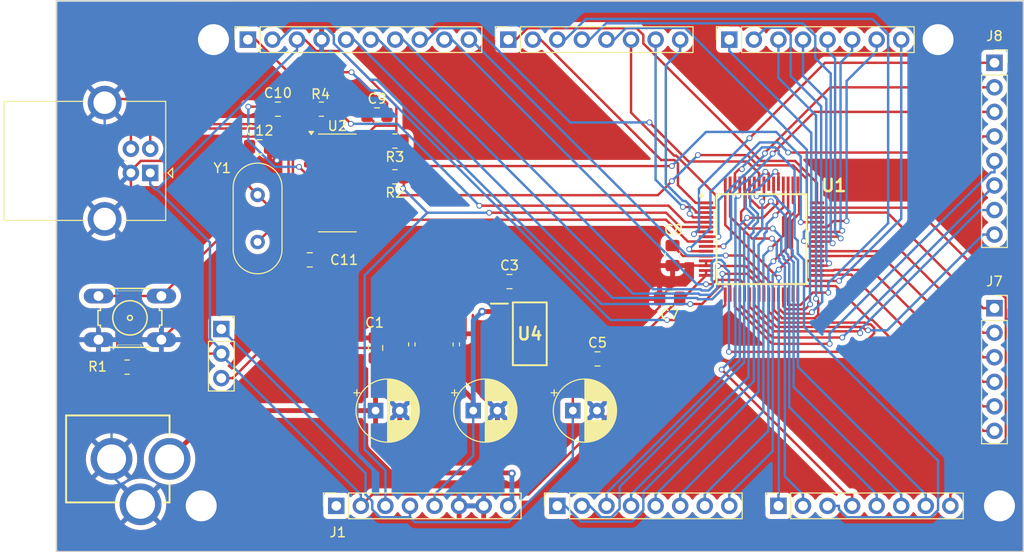
<source format=kicad_pcb>
(kicad_pcb (version 20240108) (generator "pcbnew") (generator_version "8.0")
  (title_block (date "2025-01-18"))
  (layers (0 "F.Cu" signal) (31 "B.Cu" signal) (34 "B.Paste" user) (35 "F.Paste" user) (36 "B.SilkS" user "B.Silkscreen") (37 "F.SilkS" user "F.Silkscreen") (38 "B.Mask" user) (39 "F.Mask" user) (44 "Edge.Cuts" user))
  (net 0 "")
  (net 1 "GND")
  (net 2 "Net-(U1-REGC)")
  (net 3 "Net-(U2-XO)")
  (net 4 "Net-(U2-V3)")
  (net 5 "Net-(U2-XI)")
  (net 6 "+3.3V")
  (net 7 "/SCK_01")
  (net 8 "/MISO_01")
  (net 9 "Net-(J2-Pin_10)")
  (net 10 "/CS_01")
  (net 11 "Net-(J2-Pin_9)")
  (net 12 "/MOSI_01")
  (net 13 "/MOSI_20")
  (net 14 "/MISO_21")
  (net 15 "/SCK_21")
  (net 16 "/CS_21")
  (net 17 "/CS_20")
  (net 18 "/MOSI_21")
  (net 19 "/SCK_20")
  (net 20 "/MISO_20")
  (net 21 "Net-(J4-Pin_2)")
  (net 22 "Net-(J4-Pin_6)")
  (net 23 "Net-(J4-Pin_8)")
  (net 24 "/P17")
  (net 25 "/P06")
  (net 26 "/P16")
  (net 27 "Net-(J4-Pin_1)")
  (net 28 "Net-(J4-Pin_7)")
  (net 29 "Net-(J5-Pin_3)")
  (net 30 "Net-(J5-Pin_2)")
  (net 31 "Net-(J5-Pin_4)")
  (net 32 "+5V")
  (net 33 "Net-(J3-Pin_3)")
  (net 34 "Net-(J3-Pin_2)")
  (net 35 "Net-(J3-Pin_4)")
  (net 36 "Net-(J5-Pin_1)")
  (net 37 "Net-(J3-Pin_6)")
  (net 38 "/MISO_10")
  (net 39 "/SCK_10")
  (net 40 "Net-(J3-Pin_7)")
  (net 41 "/MOSI_10")
  (net 42 "/CS_10")
  (net 43 "Net-(J3-Pin_5)")
  (net 44 "Net-(J3-Pin_1)")
  (net 45 "Net-(J3-Pin_8)")
  (net 46 "Net-(J7-Pin_2)")
  (net 47 "Net-(J7-Pin_6)")
  (net 48 "Net-(J7-Pin_1)")
  (net 49 "Net-(J7-Pin_4)")
  (net 50 "/Vin")
  (net 51 "Net-(J7-Pin_5)")
  (net 52 "Net-(J7-Pin_3)")
  (net 53 "Net-(J8-Pin_5)")
  (net 54 "Net-(J8-Pin_4)")
  (net 55 "Net-(J8-Pin_1)")
  (net 56 "Net-(J8-Pin_7)")
  (net 57 "Net-(J8-Pin_8)")
  (net 58 "Net-(J8-Pin_2)")
  (net 59 "Net-(J8-Pin_3)")
  (net 60 "Net-(J8-Pin_6)")
  (net 61 "Net-(P1-D+)")
  (net 62 "Net-(P1-D-)")
  (net 63 "Net-(S1-S)")
  (net 64 "Net-(U2-~{DTR})")
  (net 65 "/TOOL0")
  (net 66 "Net-(U1-P12{slash}EI12{slash}EO12{slash}SO00{slash}TXD0{slash}TOOLTXD)")
  (net 67 "Net-(U1-P11{slash}EI11{slash}EO11{slash}SI00{slash}RXD0{slash}TOOLRXD{slash}SDA00)")
  (net 71 "/SDA")
  (net 72 "/SCL")
  (net 73 "VCC")
  (net 74 "/~{RESET}")
  (footprint "Connector_PinSocket_2.54mm:PinSocket_1x08_P2.54mm_Vertical" (layer "F.Cu") (at 101.802 77.26 90)
    (property "Reference" "J3" (hide yes))
    (property "Value" "Analog")
  )
  (footprint "Connector_PinSocket_2.54mm:PinSocket_1x08_P2.54mm_Vertical" (layer "F.Cu") (at 124.662 77.26 90)
    (property "Reference" "J5" (hide yes))
    (property "Value" "MiscIOs")
  )
  (footprint "Connector_PinSocket_2.54mm:PinSocket_1x10_P2.54mm_Vertical" (layer "F.Cu") (at 69.798 29 90)
    (property "Reference" "J2" (hide yes))
    (property "Value" "Misc IOs")
  )
  (footprint "Connector_PinSocket_2.54mm:PinSocket_1x08_P2.54mm_Vertical" (layer "F.Cu") (at 96.722 29 90)
    (property "Reference" "J4" (hide yes))
    (property "Value" "Misc IOs")
  )
  (footprint "Connector_PinSocket_2.54mm:PinSocket_1x08_P2.54mm_Vertical" (layer "F.Cu") (at 119.582 29 90)
    (property "Reference" "J6" (hide yes))
    (property "Value" "Communication")
  )
  (footprint "Resistor_SMD:R_0805_2012Metric" (layer "F.Cu") (at 85.002 39.5)
    (property "Reference" "R3")
    (property "Value" "1k")
  )
  (footprint "Capacitor_SMD:C_0805_2012Metric_Pad1.18x1.45mm_HandSolder" (layer "F.Cu") (at 71.002 40.1)
    (property "Reference" "C12")
    (property "Value" "22pF")
  )
  (footprint "Capacitor_THT:CP_Radial_D6.3mm_P2.50mm" (layer "F.Cu") (at 93.102 67.4)
    (property "Reference" "C4" (hide yes))
    (property "Value" "47uF")
  )
  (footprint "Arduino_MountingHole:MountingHole_3.2mm" (layer "F.Cu") (at 147.522 77.26)
    (property "Reference" "MH6" (hide yes))
    (property "Value" "MountingHole_3.2mm" (hide yes))
  )
  (footprint "catu:BA17805FP" (layer "F.Cu") (at 89.052 56.05)
    (property "Reference" "U3" (hide yes))
    (property "Value" "BA17805FP2" (hide yes))
  )
  (footprint "Capacitor_SMD:C_0805_2012Metric_Pad1.18x1.45mm_HandSolder" (layer "F.Cu") (at 113.714 51.35 -90)
    (property "Reference" "C8")
    (property "Value" "0.1uF")
  )
  (footprint "catu:B3F-10XX" (layer "F.Cu") (at 57.602 57.8)
    (property "Reference" "S1" (hide yes))
    (property "Value" "10-XX" (hide yes))
  )
  (footprint "Capacitor_THT:CP_Radial_D6.3mm_P2.50mm" (layer "F.Cu") (at 83.002 67.4)
    (property "Reference" "C2" (hide yes))
    (property "Value" "47uF")
  )
  (footprint "Connector_PinSocket_2.54mm:PinSocket_1x08_P2.54mm_Vertical" (layer "F.Cu") (at 78.942 77.26 90)
    (property "Reference" "J1")
    (property "Value" "Power")
  )
  (footprint "Crystal:Crystal_HC49-4H_Vertical" (layer "F.Cu") (at 70.802 49.95 90)
    (property "Reference" "Y1")
    (property "Value" "12Mhz")
  )
  (footprint "Connector_PinSocket_2.54mm:PinSocket_1x08_P2.54mm_Vertical" (layer "F.Cu") (at 147.002 31.4)
    (property "Reference" "J8")
    (property "Value" "MiscIOs")
  )
  (footprint "Connector_PinSocket_2.54mm:PinSocket_1x06_P2.54mm_Vertical" (layer "F.Cu") (at 147.002 56.8)
    (property "Reference" "J7")
    (property "Value" "Misc IOs")
  )
  (footprint "Resistor_SMD:R_0805_2012Metric_Pad1.20x1.40mm_HandSolder" (layer "F.Cu") (at 57.302 62.9)
    (property "Reference" "R1")
    (property "Value" "4.7k")
  )
  (footprint "catu:POWER_JACK_PTH" (layer "F.Cu") (at 48 72.4 -90)
    (property "Reference" "P2" (hide yes))
    (property "Value" "POWER_JACKPTH" (hide yes))
  )
  (footprint "Arduino_MountingHole:MountingHole_3.2mm" (layer "F.Cu") (at 66.242 29)
    (property "Reference" "MH1" (hide yes))
    (property "Value" "MountingHole_3.2mm" (hide yes))
  )
  (footprint "Capacitor_SMD:C_0805_2012Metric_Pad1.18x1.45mm_HandSolder" (layer "F.Cu") (at 83.152 36.8)
    (property "Reference" "C9")
    (property "Value" "0.1uF")
  )
  (footprint "Connector_USB:USB_B_OST_USB-B1HSxx_Horizontal" (layer "F.Cu") (at 59.7 42.8 180)
    (property "Reference" "P1" (hide yes))
    (property "Value" "USB_B" (hide yes))
  )
  (footprint "Capacitor_SMD:C_0805_2012Metric_Pad1.18x1.45mm_HandSolder" (layer "F.Cu") (at 76.202 51.8)
    (property "Reference" "C11")
    (property "Value" "22pF")
  )
  (footprint "Capacitor_THT:CP_Radial_D6.3mm_P2.50mm" (layer "F.Cu") (at 103.402 67.4)
    (property "Reference" "C6" (hide yes))
    (property "Value" "47uF")
  )
  (footprint "Resistor_SMD:R_0805_2012Metric" (layer "F.Cu") (at 85.002 43.2 180)
    (property "Reference" "R2")
    (property "Value" "1k")
  )
  (footprint "catu:QFP50P1200X1200X170-64N" (layer "F.Cu") (at 122.914 49.65)
    (property "Reference" "U1")
    (property "Value" "R7F100GLG2DFB#AA0" (hide yes))
  )
  (footprint "Capacitor_SMD:C_0805_2012Metric_Pad1.18x1.45mm_HandSolder" (layer "F.Cu") (at 96.852 54.05)
    (property "Reference" "C3")
    (property "Value" "0.1uF")
  )
  (footprint "Capacitor_SMD:C_0805_2012Metric_Pad1.18x1.45mm_HandSolder" (layer "F.Cu") (at 113.414 55.8 180)
    (property "Reference" "C7")
    (property "Value" "0.1uF")
  )
  (footprint "Connector_PinSocket_2.54mm:PinSocket_1x03_P2.54mm_Vertical" (layer "F.Cu") (at 67.052 58.96)
    (property "Reference" "JP1" (hide yes))
    (property "Value" "Jumper_3_Bridged12" (hide yes))
  )
  (footprint "Arduino_MountingHole:MountingHole_3.2mm" (layer "F.Cu") (at 64.972 77.26)
    (property "Reference" "MH2" (hide yes))
    (property "Value" "MountingHole_3.2mm" (hide yes))
  )
  (footprint "Package_SO:SOIC-16_3.9x9.9mm_P1.27mm" (layer "F.Cu") (at 79.052 43.835)
    (property "Reference" "U2")
    (property "Value" "CH340G")
  )
  (footprint "Capacitor_SMD:C_0805_2012Metric_Pad1.18x1.45mm_HandSolder" (layer "F.Cu") (at 83.002 60.9125 90)
    (property "Reference" "C1")
    (property "Value" "0.1uF")
  )
  (footprint "Capacitor_SMD:C_0805_2012Metric_Pad1.18x1.45mm_HandSolder" (layer "F.Cu") (at 105.952 62.05)
    (property "Reference" "C5")
    (property "Value" "0.1uF")
  )
  (footprint "catu:SOT230P700X180-4N" (layer "F.Cu") (at 98.952 59.45)
    (property "Reference" "U4")
    (property "Value" "TPS7B8333QDCYRQ1" (hide yes))
  )
  (footprint "Capacitor_SMD:C_0805_2012Metric_Pad1.18x1.45mm_HandSolder" (layer "F.Cu") (at 72.902 36.2)
    (property "Reference" "C10")
    (property "Value" "0.1uF")
  )
  (footprint "Arduino_MountingHole:MountingHole_3.2mm" (layer "F.Cu") (at 141.172 29)
    (property "Reference" "MH5" (hide yes))
    (property "Value" "MountingHole_3.2mm" (hide yes))
  )
  (footprint "Resistor_SMD:R_0805_2012Metric" (layer "F.Cu") (at 77.402 36.2 180)
    (property "Reference" "R4")
    (property "Value" "2k")
  )
  (gr_line (start 50 82) (end 50 25) (stroke (width 0.15)) (layer "Edge.Cuts"))
  (gr_line (start 150 82) (end 50 82) (stroke (width 0.15)) (layer "Edge.Cuts"))
  (gr_line (start 50 25) (end 150 25) (stroke (width 0.15)) (layer "Edge.Cuts"))
  (gr_line (start 150 25) (end 150 82) (stroke (width 0.15)) (layer "Edge.Cuts"))
  (segment (start 94.077 59.45) (end 95.802 59.45) (width 0.5) (layer "F.Cu") (net 1))
  (segment (start 102.102 59.45) (end 104.39 59.45) (width 0.25) (layer "F.Cu") (net 1))
  (segment (start 95.602 67.4) (end 95.602 68.998) (width 0.5) (layer "F.Cu") (net 1))
  (segment (start 113.714 54.4625) (end 112.376 55.8) (width 0.25) (layer "F.Cu") (net 1))
  (segment (start 97.8895 55.2375) (end 99.5521 56.9001) (width 0.25) (layer "F.Cu") (net 1))
  (segment (start 113.714 52.3875) (end 113.714 54.4625) (width 0.25) (layer "F.Cu") (net 1))
  (segment (start 73.9395 36.2) (end 72.8895 35.15) (width 0.25) (layer "F.Cu") (net 1))
  (segment (start 72.0395 40.7411) (end 72.8002 41.5018) (width 0.25) (layer "F.Cu") (net 1))
  (segment (start 99.5521 59.4021) (end 99.6 59.45) (width 0.5) (layer "F.Cu") (net 1))
  (segment (start 99.5521 59.4485) (end 99.5521 56.9001) (width 0.25) (layer "F.Cu") (net 1))
  (segment (start 112.376 56.663) (end 106.99 62.05) (width 0.25) (layer "F.Cu") (net 1))
  (segment (start 104.39 59.45) (end 106.9895 62.0495) (width 0.25) (layer "F.Cu") (net 1))
  (segment (start 106.9895 62.0495) (end 106.99 62.05) (width 0.25) (layer "F.Cu") (net 1))
  (segment (start 84.1895 35.5911) (end 84.1895 36.8) (width 0.25) (layer "F.Cu") (net 1))
  (segment (start 64.2872 56.6266) (end 60.8532 60.0606) (width 0.25) (layer "F.Cu") (net 1))
  (segment (start 95.225 69.375) (end 86.175 69.375) (width 0.5) (layer "F.Cu") (net 1))
  (segment (start 68.3128 39.0304) (end 70.9699 39.0304) (width 0.25) (layer "F.Cu") (net 1))
  (segment (start 106.99 66.3125) (end 105.902 67.4) (width 0.25) (layer "F.Cu") (net 1))
  (segment (start 92.452 59.45) (end 94.077 59.45) (width 0.5) (layer "F.Cu") (net 1))
  (segment (start 86.175 69.375) (end 85.502 68.702) (width 0.5) (layer "F.Cu") (net 1))
  (segment (start 84.402 58.475) (end 86.627 58.475) (width 0.5) (layer "F.Cu") (net 1))
  (segment (start 77.2395 51.8) (end 77.6233 51.8) (width 0.25) (layer "F.Cu") (net 1))
  (segment (start 99.6 59.45) (end 102.102 59.45) (width 0.5) (layer "F.Cu") (net 1))
  (segment (start 95.802 59.45) (end 97.0037 59.45) (width 0.5) (layer "F.Cu") (net 1))
  (segment (start 97.8895 54.05) (end 97.8895 55.2375) (width 0.25) (layer "F.Cu") (net 1))
  (segment (start 77.2395 51.8) (end 72.4129 56.6266) (width 0.25) (layer "F.Cu") (net 1))
  (segment (start 55.37 35.15) (end 54.99 35.53) (width 0.25) (layer "F.Cu") (net 1))
  (segment (start 58.7297 41.55) (end 65.7932 41.55) (width 0.25) (layer "F.Cu") (net 1))
  (segment (start 112.3765 55.8) (end 112.376 55.8) (width 0.25) (layer "F.Cu") (net 1))
  (segment (start 89.052 56.05) (end 92.452 59.45) (width 0.25) (layer "F.Cu") (net 1))
  (segment (start 113.714 52.3875) (end 117.164 52.3875) (width 0.25) (layer "F.Cu") (net 1))
  (segment (start 83.002 59.875) (end 84.402 58.475) (width 0.5) (layer "F.Cu") (net 1))
  (segment (start 73.9395 36.7525) (end 76.577 39.39) (width 0.25) (layer "F.Cu") (net 1))
  (segment (start 72.0395 40.1) (end 72.0395 40.7411) (width 0.25) (layer "F.Cu") (net 1))
  (segment (start 94.182 77.26) (end 91.642 77.26) (width 0.25) (layer "F.Cu") (net 1))
  (segment (start 86.627 58.475) (end 89.052 56.05) (width 0.25) (layer "F.Cu") (net 1))
  (segment (start 54.99 47.57) (end 57.7 44.86) (width 0.25) (layer "F.Cu") (net 1))
  (segment (start 65.7932 41.55) (end 68.3128 39.0304) (width 0.25) (layer "F.Cu") (net 1))
  (segment (start 57.7 42.8) (end 57.7 42.5797) (width 0.25) (layer "F.Cu") (net 1))
  (segment (start 117.176 52.4) (end 117.176 51.9) (width 0.25) (layer "F.Cu") (net 1))
  (segment (start 57.7 42.5797) (end 58.7297 41.55) (width 0.25) (layer "F.Cu") (net 1))
  (segment (start 95.602 68.998) (end 95.225 69.375) (width 0.5) (layer "F.Cu") (net 1))
  (segment (start 70.9699 39.0304) (end 72.0395 40.1) (width 0.25) (layer "F.Cu") (net 1))
  (segment (start 97.0037 59.4485) (end 99.5521 59.4485) (width 0.5) (layer "F.Cu") (net 1))
  (segment (start 112.376 55.8) (end 112.376 56.663) (width 0.25) (layer "F.Cu") (net 1))
  (segment (start 78.007 51.8) (end 81.527 48.28) (width 0.25) (layer "F.Cu") (net 1))
  (segment (start 85.502 68.702) (end 85.502 67.4) (width 0.5) (layer "F.Cu") (net 1))
  (segment (start 94.077 59.45) (end 94.077 65.875) (width 0.5) (layer "F.Cu") (net 1))
  (segment (start 97.0037 59.45) (end 97.0037 59.4485) (width 0.25) (layer "F.Cu") (net 1))
  (segment (start 94.077 65.875) (end 95.602 67.4) (width 0.5) (layer "F.Cu") (net 1))
  (segment (start 77.6233 51.8) (end 83.002 57.1787) (width 0.25) (layer "F.Cu") (net 1))
  (segment (start 73.9395 36.2) (end 73.9395 36.7525) (width 0.25) (layer "F.Cu") (net 1))
  (segment (start 74.9645 35.175) (end 83.7734 35.175) (width 0.25) (layer "F.Cu") (net 1))
  (segment (start 106.9895 62.0495) (end 106.9895 62.05) (width 0.25) (layer "F.Cu") (net 1))
  (segment (start 72.8002 41.5018) (end 72.8252 41.5268) (width 0.25) (layer "F.Cu") (net 1))
  (segment (start 73.9395 36.2) (end 74.9645 35.175) (width 0.25) (layer "F.Cu") (net 1))
  (segment (start 83.7734 35.175) (end 84.1895 35.5911) (width 0.25) (layer "F.Cu") (net 1))
  (segment (start 72.8895 35.15) (end 55.37 35.15) (width 0.25) (layer "F.Cu") (net 1))
  (segment (start 83.002 57.1787) (end 83.002 59.875) (width 0.25) (layer "F.Cu") (net 1))
  (segment (start 106.99 62.05) (end 106.99 66.3125) (width 0.25) (layer "F.Cu") (net 1))
  (segment (start 72.4129 56.6266) (end 64.2872 56.6266) (width 0.25) (layer "F.Cu") (net 1))
  (segment (start 117.164 52.3875) (end 117.176 52.4) (width 0.25) (layer "F.Cu") (net 1))
  (segment (start 57.7 44.86) (end 57.7 42.8) (width 0.25) (layer "F.Cu") (net 1))
  (segment (start 77.6233 51.8) (end 78.007 51.8) (width 0.25) (layer "F.Cu") (net 1))
  (via (at 72.8002 41.5018) (size 0.6) (drill 0.4) (layers "F.Cu" "B.Cu") (net 1))
  (segment (start 56.2045 60.0606) (end 56.2045 48.7845) (width 0.25) (layer "B.Cu") (net 1))
  (segment (start 72.8002 41.5018) (end 72.8002 34.7945) (width 0.25) (layer "B.Cu") (net 1))
  (segment (start 95.602 67.4) (end 95.602 74.6633) (width 0.25) (layer "B.Cu") (net 1))
  (segment (start 55.7 60.0606) (end 54.3508 60.0606) (width 0.25) (layer "B.Cu") (net 1))
  (segment (start 54.99 35.53) (end 54.99 40.09) (width 0.25) (layer "B.Cu") (net 1))
  (segment (start 54.99 40.09) (end 57.7 42.8) (width 0.25) (layer "B.Cu") (net 1))
  (segment (start 58.7 77.1) (end 55.7 74.1) (width 0.25) (layer "B.Cu") (net 1))
  (segment (start 77.418 29) (end 77.418 30.1767) (width 0.25) (layer "B.Cu") (net 1))
  (segment (start 55.7 60.0606) (end 55.7 72.4) (width 0.25) (layer "B.Cu") (net 1))
  (segment (start 95.602 74.6633) (end 94.182 76.0833) (width 0.25) (layer "B.Cu") (net 1))
  (segment (start 72.8002 34.7945) (end 77.418 30.1767) (width 0.25) (layer "B.Cu") (net 1))
  (segment (start 55.7 74.1) (end 55.7 72.4) (width 0.25) (layer "B.Cu") (net 1))
  (segment (start 56.2045 48.7845) (end 54.99 47.57) (width 0.25) (layer "B.Cu") (net 1))
  (segment (start 60.8532 60.0606) (end 56.2045 60.0606) (width 0.25) (layer "B.Cu") (net 1))
  (segment (start 94.182 77.26) (end 94.182 76.0833) (width 0.25) (layer "B.Cu") (net 1))
  (segment (start 56.2045 60.0606) (end 55.7 60.0606) (width 0.25) (layer "B.Cu") (net 1))
  (segment (start 113.714 50.3125) (end 114.802 51.4) (width 0.25) (layer "F.Cu") (net 2))
  (segment (start 114.802 51.4) (end 117.176 51.4) (width 0.25) (layer "F.Cu") (net 2))
  (segment (start 72.472 48.28) (end 76.577 48.28) (width 0.25) (layer "F.Cu") (net 3))
  (segment (start 70.802 49.95) (end 72.472 48.28) (width 0.25) (layer "F.Cu") (net 3))
  (segment (start 75.1645 49.6925) (end 76.577 48.28) (width 0.25) (layer "F.Cu") (net 3))
  (segment (start 75.1645 51.8) (end 75.1645 49.6925) (width 0.25) (layer "F.Cu") (net 3))
  (segment (start 76.577 43.2) (end 76.1193 43.2) (width 0.25) (layer "F.Cu") (net 4))
  (segment (start 71.6051 35.9406) (end 71.8645 36.2) (width 0.25) (layer "F.Cu") (net 4))
  (segment (start 69.8437 35.9406) (end 71.6051 35.9406) (width 0.25) (layer "F.Cu") (net 4))
  (segment (start 76.1193 43.2) (end 75.0892 42.1699) (width 0.25) (layer "F.Cu") (net 4))
  (via (at 69.8437 35.9406) (size 0.6) (drill 0.4) (layers "F.Cu" "B.Cu") (net 4))
  (via (at 75.0892 42.1699) (size 0.6) (drill 0.4) (layers "F.Cu" "B.Cu") (net 4))
  (segment (start 69.8437 35.9406) (end 69.8437 39.4521) (width 0.25) (layer "B.Cu") (net 4))
  (segment (start 75.0892 42.1698) (end 75.0892 42.1699) (width 0.25) (layer "B.Cu") (net 4))
  (segment (start 72.5614 42.1698) (end 75.0892 42.1698) (width 0.25) (layer "B.Cu") (net 4))
  (segment (start 69.8437 39.4521) (end 72.5614 42.1698) (width 0.25) (layer "B.Cu") (net 4))
  (segment (start 69.9645 44.2325) (end 70.802 45.07) (width 0.25) (layer "F.Cu") (net 5))
  (segment (start 72.742 47.01) (end 76.577 47.01) (width 0.25) (layer "F.Cu") (net 5))
  (segment (start 70.802 45.07) (end 72.742 47.01) (width 0.25) (layer "F.Cu") (net 5))
  (segment (start 69.9645 40.1) (end 69.9645 44.2325) (width 0.25) (layer "F.Cu") (net 5))
  (segment (start 104.9145 62.05) (end 103.402 62.05) (width 0.25) (layer "F.Cu") (net 6))
  (segment (start 97.3037 62.05) (end 97.0037 61.75) (width 0.25) (layer "F.Cu") (net 6))
  (segment (start 95.802 61.75) (end 97.0037 61.75) (width 0.25) (layer "F.Cu") (net 6))
  (segment (start 103.402 62.05) (end 103.402 67.4) (width 0.25) (layer "F.Cu") (net 6))
  (segment (start 103.402 62.05) (end 97.3037 62.05) (width 0.25) (layer "F.Cu") (net 6))
  (segment (start 86.562 77.26) (end 86.562 78.4367) (width 0.25) (layer "B.Cu") (net 6))
  (segment (start 81.9694 73.8774) (end 81.9694 76.0833) (width 0.25) (layer "B.Cu") (net 6))
  (segment (start 81.9694 76.0833) (end 81.9695 76.0833) (width 0.25) (layer "B.Cu") (net 6))
  (segment (start 82.6587 76.7725) (end 82.6587 77.6259) (width 0.25) (layer "B.Cu") (net 6))
  (segment (start 103.402 72.2713) (end 103.402 67.4) (width 0.25) (layer "B.Cu") (net 6))
  (segment (start 82.6587 77.6259) (end 83.4695 78.4367) (width 0.25) (layer "B.Cu") (net 6))
  (segment (start 87.0711 78.9458) (end 96.7275 78.9458) (width 0.25) (layer "B.Cu") (net 6))
  (segment (start 86.562 78.4367) (end 87.0711 78.9458) (width 0.25) (layer "B.Cu") (net 6))
  (segment (start 67.052 58.96) (end 81.9694 73.8774) (width 0.25) (layer "B.Cu") (net 6))
  (segment (start 83.4695 78.4367) (end 86.562 78.4367) (width 0.25) (layer "B.Cu") (net 6))
  (segment (start 96.7275 78.9458) (end 103.402 72.2713) (width 0.25) (layer "B.Cu") (net 6))
  (segment (start 81.9695 76.0833) (end 82.6587 76.7725) (width 0.25) (layer "B.Cu") (net 6))
  (segment (start 122.664 54.4712) (end 121.434 53.2412) (width 0.25) (layer "F.Cu") (net 7))
  (segment (start 121.434 53.2412) (end 118.8697 53.2412) (width 0.25) (layer "F.Cu") (net 7))
  (segment (start 122.664 55.388) (end 122.664 54.4712) (width 0.25) (layer "F.Cu") (net 7))
  (via (at 118.8697 53.2412) (size 0.6) (drill 0.4) (layers "F.Cu" "B.Cu") (net 7))
  (segment (start 118.8697 54.818) (end 117.8189 55.8688) (width 0.25) (layer "B.Cu") (net 7))
  (segment (start 116.2248 55.7421) (end 107.5091 55.7421) (width 0.25) (layer "B.Cu") (net 7))
  (segment (start 107.5091 55.7421) (end 80.767 29) (width 0.25) (layer "B.Cu") (net 7))
  (segment (start 118.8697 53.2412) (end 118.8697 54.818) (width 0.25) (layer "B.Cu") (net 7))
  (segment (start 80.767 29) (end 79.958 29) (width 0.25) (layer "B.Cu") (net 7))
  (segment (start 117.8189 55.8688) (end 116.3515 55.8688) (width 0.25) (layer "B.Cu") (net 7))
  (segment (start 116.3515 55.8688) (end 116.2248 55.7421) (width 0.25) (layer "B.Cu") (net 7))
  (segment (start 123.164 55.388) (end 123.164 54.3238) (width 0.25) (layer "F.Cu") (net 8))
  (segment (start 123.164 54.3238) (end 121.2657 52.4255) (width 0.25) (layer "F.Cu") (net 8))
  (segment (start 121.2657 52.4255) (end 118.4163 52.4255) (width 0.25) (layer "F.Cu") (net 8))
  (via (at 118.4163 52.4255) (size 0.6) (drill 0.4) (layers "F.Cu" "B.Cu") (net 8))
  (segment (start 83.2973 29) (end 109.5877 55.2904) (width 0.25) (layer "B.Cu") (net 8))
  (segment (start 118.3305 53.8192) (end 118.2429 53.7316) (width 0.25) (layer "B.Cu") (net 8))
  (segment (start 82.498 29) (end 83.2973 29) (width 0.25) (layer "B.Cu") (net 8))
  (segment (start 116.5386 55.4171) (end 117.6318 55.4171) (width 0.25) (layer "B.Cu") (net 8))
  (segment (start 109.5877 55.2904) (end 116.4119 55.2904) (width 0.25) (layer "B.Cu") (net 8))
  (segment (start 118.3305 54.7184) (end 118.3305 53.8192) (width 0.25) (layer "B.Cu") (net 8))
  (segment (start 116.4119 55.2904) (end 116.5386 55.4171) (width 0.25) (layer "B.Cu") (net 8))
  (segment (start 118.2429 52.5989) (end 118.4163 52.4255) (width 0.25) (layer "B.Cu") (net 8))
  (segment (start 118.2429 53.7316) (end 118.2429 52.5989) (width 0.25) (layer "B.Cu") (net 8))
  (segment (start 117.6318 55.4171) (end 118.3305 54.7184) (width 0.25) (layer "B.Cu") (net 8))
  (segment (start 121.0086 51.347) (end 119.21 51.347) (width 0.25) (layer "F.Cu") (net 9))
  (segment (start 126.164 55.388) (end 126.164 54.3238) (width 0.25) (layer "F.Cu") (net 9))
  (segment (start 123.9854 54.3238) (end 121.0086 51.347) (width 0.25) (layer "F.Cu") (net 9))
  (segment (start 126.164 54.3238) (end 123.9854 54.3238) (width 0.25) (layer "F.Cu") (net 9))
  (via (at 119.21 51.347) (size 0.6) (drill 0.4) (layers "F.Cu" "B.Cu") (net 9))
  (segment (start 92.8595 29) (end 115.2065 51.347) (width 0.25) (layer "B.Cu") (net 9))
  (segment (start 115.2065 51.347) (end 119.21 51.347) (width 0.25) (layer "B.Cu") (net 9))
  (segment (start 92.658 29) (end 92.8595 29) (width 0.25) (layer "B.Cu") (net 9))
  (segment (start 121.4322 41.616) (end 115.369 41.616) (width 0.25) (layer "F.Cu") (net 10))
  (segment (start 115.369 41.616) (end 111.3244 37.5714) (width 0.25) (layer "F.Cu") (net 10))
  (segment (start 122.664 43.912) (end 122.664 42.8478) (width 0.25) (layer "F.Cu") (net 10))
  (segment (start 122.664 42.8478) (end 121.4322 41.616) (width 0.25) (layer "F.Cu") (net 10))
  (via (at 111.3244 37.5714) (size 0.6) (drill 0.4) (layers "F.Cu" "B.Cu") (net 10))
  (segment (start 87.578 29) (end 88.3869 29) (width 0.25) (layer "B.Cu") (net 10))
  (segment (start 93.3832 27.8233) (end 103.1313 37.5714) (width 0.25) (layer "B.Cu") (net 10))
  (segment (start 88.3869 29) (end 89.5636 27.8233) (width 0.25) (layer "B.Cu") (net 10))
  (segment (start 89.5636 27.8233) (end 93.3832 27.8233) (width 0.25) (layer "B.Cu") (net 10))
  (segment (start 103.1313 37.5714) (end 111.3244 37.5714) (width 0.25) (layer "B.Cu") (net 10))
  (segment (start 121.164 55.388) (end 121.164 54.3238) (width 0.25) (layer "F.Cu") (net 11))
  (segment (start 121.164 54.3238) (end 120.7123 53.8721) (width 0.25) (layer "F.Cu") (net 11))
  (segment (start 120.7123 53.8721) (end 118.2511 53.8721) (width 0.25) (layer "F.Cu") (net 11))
  (segment (start 118.2511 53.8721) (end 117.8026 54.3206) (width 0.25) (layer "F.Cu") (net 11))
  (segment (start 117.8026 54.3206) (end 117.1716 54.3206) (width 0.25) (layer "F.Cu") (net 11))
  (via (at 117.1716 54.3206) (size 0.6) (drill 0.4) (layers "F.Cu" "B.Cu") (net 11))
  (segment (start 90.118 29) (end 90.9136 29) (width 0.25) (layer "B.Cu") (net 11))
  (segment (start 116.2342 54.3206) (end 117.1716 54.3206) (width 0.25) (layer "B.Cu") (net 11))
  (segment (start 90.9136 29) (end 116.2342 54.3206) (width 0.25) (layer "B.Cu") (net 11))
  (segment (start 119.5439 61.3146) (end 132.6439 61.3146) (width 0.25) (layer "F.Cu") (net 12))
  (segment (start 133.7619 58.4629) (end 133.5909 58.2919) (width 0.25) (layer "F.Cu") (net 12))
  (segment (start 134.5552 58.83) (end 134.1881 58.4629) (width 0.25) (layer "F.Cu") (net 12))
  (segment (start 132.6439 61.3146) (end 134.5552 59.4033) (width 0.25) (layer "F.Cu") (net 12))
  (segment (start 124.8095 58.2919) (end 123.664 57.1464) (width 0.25) (layer "F.Cu") (net 12))
  (segment (start 134.1881 58.4629) (end 133.7619 58.4629) (width 0.25) (layer "F.Cu") (net 12))
  (segment (start 123.664 55.388) (end 123.664 56.4522) (width 0.25) (layer "F.Cu") (net 12))
  (segment (start 123.664 57.1464) (end 123.664 56.4522) (width 0.25) (layer "F.Cu") (net 12))
  (segment (start 133.5909 58.2919) (end 124.8095 58.2919) (width 0.25) (layer "F.Cu") (net 12))
  (segment (start 134.5552 59.4033) (end 134.5552 58.83) (width 0.25) (layer "F.Cu") (net 12))
  (via (at 119.5439 61.3146) (size 0.6) (drill 0.4) (layers "F.Cu" "B.Cu") (net 12))
  (segment (start 85.847 29) (end 111.6857 54.8387) (width 0.25) (layer "B.Cu") (net 12))
  (segment (start 119.0982 52.1647) (end 119.0982 52.5835) (width 0.25) (layer "B.Cu") (net 12))
  (segment (start 119.5439 53.0291) (end 119.5439 61.3146) (width 0.25) (layer "B.Cu") (net 12))
  (segment (start 119.0983 52.5835) (end 119.5439 53.0291) (width 0.25) (layer "B.Cu") (net 12))
  (segment (start 116.599 54.8387) (end 116.7257 54.9654) (width 0.25) (layer "B.Cu") (net 12))
  (segment (start 117.8788 54.5313) (end 117.8788 54.0063) (width 0.25) (layer "B.Cu") (net 12))
  (segment (start 117.8788 54.0063) (end 117.7554 53.8829) (width 0.25) (layer "B.Cu") (net 12))
  (segment (start 117.4447 54.9654) (end 117.8788 54.5313) (width 0.25) (layer "B.Cu") (net 12))
  (segment (start 119.0982 52.5835) (end 119.0983 52.5835) (width 0.25) (layer "B.Cu") (net 12))
  (segment (start 118.0755 51.7987) (end 118.7322 51.7987) (width 0.25) (layer "B.Cu") (net 12))
  (segment (start 117.7554 53.8829) (end 117.7554 52.1188) (width 0.25) (layer "B.Cu") (net 12))
  (segment (start 116.7257 54.9654) (end 117.4447 54.9654) (width 0.25) (layer "B.Cu") (net 12))
  (segment (start 111.6857 54.8387) (end 116.599 54.8387) (width 0.25) (layer "B.Cu") (net 12))
  (segment (start 117.7554 52.1188) (end 118.0755 51.7987) (width 0.25) (layer "B.Cu") (net 12))
  (segment (start 118.7322 51.7987) (end 119.0982 52.1647) (width 0.25) (layer "B.Cu") (net 12))
  (segment (start 85.038 29) (end 85.847 29) (width 0.25) (layer "B.Cu") (net 12))
  (segment (start 129.7162 48.4) (end 130.3416 47.7746) (width 0.25) (layer "F.Cu") (net 13))
  (segment (start 128.652 48.4) (end 129.7162 48.4) (width 0.25) (layer "F.Cu") (net 13))
  (segment (start 130.3416 47.7746) (end 131.7139 47.7746) (width 0.25) (layer "F.Cu") (net 13))
  (via (at 131.7139 47.7746) (size 0.6) (drill 0.4) (layers "F.Cu" "B.Cu") (net 13))
  (segment (start 131.7139 47.7746) (end 131.7139 33.2848) (width 0.25) (layer "B.Cu") (net 13))
  (segment (start 131.7139 33.2848) (end 134.822 30.1767) (width 0.25) (layer "B.Cu") (net 13))
  (segment (start 134.822 29) (end 134.822 30.1767) (width 0.25) (layer "B.Cu") (net 13))
  (segment (start 124.664 55.388) (end 124.664 56.7931) (width 0.25) (layer "F.Cu") (net 14))
  (segment (start 125.239 57.3681) (end 127.9638 57.3681) (width 0.25) (layer "F.Cu") (net 14))
  (segment (start 124.664 56.7931) (end 125.239 57.3681) (width 0.25) (layer "F.Cu") (net 14))
  (segment (start 127.9638 57.3681) (end 128.1185 57.2134) (width 0.25) (layer "F.Cu") (net 14))
  (via (at 128.1185 57.2134) (size 0.6) (drill 0.4) (layers "F.Cu" "B.Cu") (net 14))
  (segment (start 125.932 32.766) (end 129.0809 35.9149) (width 0.25) (layer "B.Cu") (net 14))
  (segment (start 123.3538 27.7682) (end 125.1752 27.7682) (width 0.25) (layer "B.Cu") (net 14))
  (segment (start 129.1871 56.1448) (end 128.1185 57.2134) (width 0.25) (layer "B.Cu") (net 14))
  (segment (start 129.0809 55.0358) (end 129.1871 55.142) (width 0.25) (layer "B.Cu") (net 14))
  (segment (start 125.932 28.525) (end 125.932 32.766) (width 0.25) (layer "B.Cu") (net 14))
  (segment (start 129.1871 55.142) (end 129.1871 56.1448) (width 0.25) (layer "B.Cu") (net 14))
  (segment (start 122.122 29) (end 123.3538 27.7682) (width 0.25) (layer "B.Cu") (net 14))
  (segment (start 129.0809 35.9149) (end 129.0809 55.0358) (width 0.25) (layer "B.Cu") (net 14))
  (segment (start 125.1752 27.7682) (end 125.932 28.525) (width 0.25) (layer "B.Cu") (net 14))
  (segment (start 125.164 56.5921) (end 125.4758 56.9039) (width 0.25) (layer "F.Cu") (net 15))
  (segment (start 125.164 55.388) (end 125.164 56.5921) (width 0.25) (layer "F.Cu") (net 15))
  (segment (start 125.4758 56.9039) (end 127.4353 56.9039) (width 0.25) (layer "F.Cu") (net 15))
  (segment (start 127.4353 56.9039) (end 127.9376 56.4016) (width 0.25) (layer "F.Cu") (net 15))
  (via (at 127.9376 56.4016) (size 0.6) (drill 0.4) (layers "F.Cu" "B.Cu") (net 15))
  (segment (start 127.9252 48.9995) (end 128.0579 48.8668) (width 0.25) (layer "B.Cu") (net 15))
  (segment (start 127.9376 56.4016) (end 127.9252 56.3892) (width 0.25) (layer "B.Cu") (net 15))
  (segment (start 128.0579 48.8668) (end 128.0579 38.6526) (width 0.25) (layer "B.Cu") (net 15))
  (segment (start 127.9252 56.3892) (end 127.9252 48.9995) (width 0.25) (layer "B.Cu") (net 15))
  (segment (start 128.0579 38.6526) (end 119.582 30.1767) (width 0.25) (layer "B.Cu") (net 15))
  (segment (start 119.582 29) (end 119.582 30.1767) (width 0.25) (layer "B.Cu") (net 15))
  (segment (start 129.7162 52.4) (end 129.7162 52.3453) (width 0.25) (layer "F.Cu") (net 16))
  (segment (start 128.652 52.4) (end 129.7162 52.4) (width 0.25) (layer "F.Cu") (net 16))
  (segment (start 129.7162 52.3453) (end 129.9016 52.1599) (width 0.25) (layer "F.Cu") (net 16))
  (via (at 129.9016 52.1599) (size 0.6) (drill 0.4) (layers "F.Cu" "B.Cu") (net 16))
  (segment (start 127.202 32.7584) (end 129.6145 35.1709) (width 0.25) (layer "B.Cu") (net 16))
  (segment (start 127.202 30.1767) (end 127.202 32.7584) (width 0.25) (layer "B.Cu") (net 16))
  (segment (start 129.6145 35.1709) (end 129.6145 51.8728) (width 0.25) (layer "B.Cu") (net 16))
  (segment (start 129.6145 51.8728) (end 129.9016 52.1599) (width 0.25) (layer "B.Cu") (net 16))
  (segment (start 127.202 29) (end 127.202 30.1767) (width 0.25) (layer "B.Cu") (net 16))
  (segment (start 127.5878 51.9) (end 127.5878 53.702) (width 0.25) (layer "F.Cu") (net 17))
  (segment (start 127.5878 53.702) (end 127.8551 53.9693) (width 0.25) (layer "F.Cu") (net 17))
  (segment (start 127.8551 53.9693) (end 130.9317 53.9693) (width 0.25) (layer "F.Cu") (net 17))
  (segment (start 128.652 51.9) (end 127.5878 51.9) (width 0.25) (layer "F.Cu") (net 17))
  (via (at 130.9317 53.9693) (size 0.6) (drill 0.4) (layers "F.Cu" "B.Cu") (net 17))
  (segment (start 130.9317 53.9693) (end 137.362 47.539) (width 0.25) (layer "B.Cu") (net 17))
  (segment (start 137.362 47.539) (end 137.362 29) (width 0.25) (layer "B.Cu") (net 17))
  (segment (start 128.4179 57.8402) (end 125.0419 57.8402) (width 0.25) (layer "F.Cu") (net 18))
  (segment (start 128.5519 55.8143) (end 128.7727 56.0351) (width 0.25) (layer "F.Cu") (net 18))
  (segment (start 128.7727 57.4854) (end 128.4179 57.8402) (width 0.25) (layer "F.Cu") (net 18))
  (segment (start 124.164 56.9623) (end 124.164 55.388) (width 0.25) (layer "F.Cu") (net 18))
  (segment (start 128.7727 56.0351) (end 128.7727 57.4854) (width 0.25) (layer "F.Cu") (net 18))
  (segment (start 125.0419 57.8402) (end 124.164 56.9623) (width 0.25) (layer "F.Cu") (net 18))
  (via (at 128.5519 55.8143) (size 0.6) (drill 0.4) (layers "F.Cu" "B.Cu") (net 18))
  (segment (start 124.662 29) (end 124.662 32.9592) (width 0.25) (layer "B.Cu") (net 18))
  (segment (start 128.5519 36.8491) (end 128.5519 55.8143) (width 0.25) (layer "B.Cu") (net 18))
  (segment (start 124.662 32.9592) (end 128.5519 36.8491) (width 0.25) (layer "B.Cu") (net 18))
  (segment (start 128.652 49.4) (end 130.9186 49.4) (width 0.25) (layer "F.Cu") (net 19))
  (segment (start 130.9186 49.4) (end 131.1007 49.5821) (width 0.25) (layer "F.Cu") (net 19))
  (via (at 131.1007 49.5821) (size 0.6) (drill 0.4) (layers "F.Cu" "B.Cu") (net 19))
  (segment (start 129.742 29) (end 129.742 30.1767) (width 0.25) (layer "B.Cu") (net 19))
  (segment (start 130.5224 30.9571) (end 129.742 30.1767) (width 0.25) (layer "B.Cu") (net 19))
  (segment (start 131.1007 49.5821) (end 130.5224 49.0038) (width 0.25) (layer "B.Cu") (net 19))
  (segment (start 130.5224 49.0038) (end 130.5224 30.9571) (width 0.25) (layer "B.Cu") (net 19))
  (segment (start 131.1425 48.9) (end 131.2622 48.7803) (width 0.25) (layer "F.Cu") (net 20))
  (segment (start 128.652 48.9) (end 131.1425 48.9) (width 0.25) (layer "F.Cu") (net 20))
  (via (at 131.2622 48.7803) (size 0.6) (drill 0.4) (layers "F.Cu" "B.Cu") (net 20))
  (segment (start 131.0871 31.3716) (end 132.282 30.1767) (width 0.25) (layer "B.Cu") (net 20))
  (segment (start 131.2622 48.7803) (end 131.0871 48.6052) (width 0.25) (layer "B.Cu") (net 20))
  (segment (start 131.0871 48.6052) (end 131.0871 31.3716) (width 0.25) (layer "B.Cu") (net 20))
  (segment (start 132.282 29) (end 132.282 30.1767) (width 0.25) (layer "B.Cu") (net 20))
  (segment (start 112.5314 41.4605) (end 100.0709 29) (width 0.25) (layer "F.Cu") (net 21))
  (segment (start 100.0709 29) (end 99.262 29) (width 0.25) (layer "F.Cu") (net 21))
  (segment (start 114.2707 44.0589) (end 114.2707 41.8276) (width 0.25) (layer "F.Cu") (net 21))
  (segment (start 116.1118 45.9) (end 114.2707 44.0589) (width 0.25) (layer "F.Cu") (net 21))
  (segment (start 117.176 45.9) (end 116.1118 45.9) (width 0.25) (layer "F.Cu") (net 21))
  (segment (start 113.9036 41.4605) (end 112.5314 41.4605) (width 0.25) (layer "F.Cu") (net 21))
  (segment (start 114.2707 41.8276) (end 113.9036 41.4605) (width 0.25) (layer "F.Cu") (net 21))
  (segment (start 113.8752 41.0088) (end 109.422 36.5556) (width 0.25) (layer "F.Cu") (net 22))
  (segment (start 109.422 29) (end 109.422 30.1767) (width 0.25) (layer "F.Cu") (net 22))
  (segment (start 118.2402 45.1583) (end 114.0907 41.0088) (width 0.25) (layer "F.Cu") (net 22))
  (segment (start 114.0907 41.0088) (end 113.8752 41.0088) (width 0.25) (layer "F.Cu") (net 22))
  (segment (start 109.422 36.5556) (end 109.422 30.1767) (width 0.25) (layer "F.Cu") (net 22))
  (segment (start 118.2402 46.4) (end 118.2402 45.1583) (width 0.25) (layer "F.Cu") (net 22))
  (segment (start 117.176 46.4) (end 118.2402 46.4) (width 0.25) (layer "F.Cu") (net 22))
  (segment (start 115.8538 47.4) (end 115.4846 47.0308) (width 0.25) (layer "F.Cu") (net 23))
  (segment (start 117.176 47.4) (end 115.8538 47.4) (width 0.25) (layer "F.Cu") (net 23))
  (via (at 115.4846 47.0308) (size 0.6) (drill 0.4) (layers "F.Cu" "B.Cu") (net 23))
  (segment (start 113.0171 43.9223) (end 114.7914 45.6966) (width 0.25) (layer "B.Cu") (net 23))
  (segment (start 114.502 29) (end 114.502 30.1767) (width 0.25) (layer "B.Cu") (net 23))
  (segment (start 115.4846 46.1289) (end 115.4846 47.0308) (width 0.25) (layer "B.Cu") (net 23))
  (segment (start 114.7914 45.6966) (end 115.0523 45.6966) (width 0.25) (layer "B.Cu") (net 23))
  (segment (start 114.502 30.1767) (end 113.0171 31.6616) (width 0.25) (layer "B.Cu") (net 23))
  (segment (start 113.0171 31.6616) (end 113.0171 43.9223) (width 0.25) (layer "B.Cu") (net 23))
  (segment (start 115.0523 45.6966) (end 115.4846 46.1289) (width 0.25) (layer "B.Cu") (net 23))
  (segment (start 127.5878 50.1423) (end 127.2908 49.8453) (width 0.25) (layer "F.Cu") (net 24))
  (segment (start 128.652 50.4) (end 127.5878 50.4) (width 0.25) (layer "F.Cu") (net 24))
  (segment (start 127.5878 50.4) (end 127.5878 50.1423) (width 0.25) (layer "F.Cu") (net 24))
  (via (at 127.2908 49.8453) (size 0.6) (drill 0.4) (layers "F.Cu" "B.Cu") (net 24))
  (segment (start 115.0044 27.795) (end 127.5964 40.387) (width 0.25) (layer "B.Cu") (net 24))
  (segment (start 108.896 27.795) (end 115.0044 27.795) (width 0.25) (layer "B.Cu") (net 24))
  (segment (start 127.5964 48.6177) (end 127.2908 48.9233) (width 0.25) (layer "B.Cu") (net 24))
  (segment (start 106.882 29) (end 107.691 29) (width 0.25) (layer "B.Cu") (net 24))
  (segment (start 127.5964 40.387) (end 127.5964 48.6177) (width 0.25) (layer "B.Cu") (net 24))
  (segment (start 107.691 29) (end 108.896 27.795) (width 0.25) (layer "B.Cu") (net 24))
  (segment (start 127.2908 48.9233) (end 127.2908 49.8453) (width 0.25) (layer "B.Cu") (net 24))
  (segment (start 125.664 56.4522) (end 126.9531 56.4522) (width 0.25) (layer "F.Cu") (net 25))
  (segment (start 125.664 55.388) (end 125.664 56.4522) (width 0.25) (layer "F.Cu") (net 25))
  (segment (start 128.2177 55.1876) (end 129.8197 55.1876) (width 0.25) (layer "F.Cu") (net 25))
  (segment (start 126.9531 56.4522) (end 128.2177 55.1876) (width 0.25) (layer "F.Cu") (net 25))
  (via (at 129.8197 55.1876) (size 0.6) (drill 0.4) (layers "F.Cu" "B.Cu") (net 25))
  (segment (start 134.3718 26.8556) (end 136.0077 28.4915) (width 0.25) (layer "B.Cu") (net 25))
  (segment (start 129.8197 54.1951) (end 129.8197 55.1876) (width 0.25) (layer "B.Cu") (net 25))
  (segment (start 102.611 29) (end 104.7554 26.8556) (width 0.25) (layer "B.Cu") (net 25))
  (segment (start 104.7554 26.8556) (end 134.3718 26.8556) (width 0.25) (layer "B.Cu") (net 25))
  (segment (start 101.802 29) (end 102.611 29) (width 0.25) (layer "B.Cu") (net 25))
  (segment (start 136.0077 28.4915) (end 136.0077 48.0071) (width 0.25) (layer "B.Cu") (net 25))
  (segment (start 136.0077 48.0071) (end 129.8197 54.1951) (width 0.25) (layer "B.Cu") (net 25))
  (segment (start 128.652 49.9) (end 130.0876 49.9) (width 0.25) (layer "F.Cu") (net 26))
  (segment (start 130.0876 49.9) (end 130.2701 50.0825) (width 0.25) (layer "F.Cu") (net 26))
  (via (at 130.2701 50.0825) (size 0.6) (drill 0.4) (layers "F.Cu" "B.Cu") (net 26))
  (segment (start 130.2701 50.0825) (end 130.0707 49.8831) (width 0.25) (layer "B.Cu") (net 26))
  (segment (start 130.0707 49.8831) (end 130.0707 32.518) (width 0.25) (layer "B.Cu") (net 26))
  (segment (start 105.151 29) (end 104.342 29) (width 0.25) (layer "B.Cu") (net 26))
  (segment (start 130.0707 32.518) (end 128.472 30.9193) (width 0.25) (layer "B.Cu") (net 26))
  (segment (start 128.472 28.6019) (end 127.1836 27.3135) (width 0.25) (layer "B.Cu") (net 26))
  (segment (start 127.1836 27.3135) (end 106.8375 27.3135) (width 0.25) (layer "B.Cu") (net 26))
  (segment (start 106.8375 27.3135) (end 105.151 29) (width 0.25) (layer "B.Cu") (net 26))
  (segment (start 128.472 30.9193) (end 128.472 28.6019) (width 0.25) (layer "B.Cu") (net 26))
  (segment (start 110.692 28.5144) (end 110.692 29.401) (width 0.25) (layer "F.Cu") (net 27))
  (segment (start 122.8474 41.5564) (end 126.3807 41.5564) (width 0.25) (layer "F.Cu") (net 27))
  (segment (start 96.722 29) (end 97.5309 29) (width 0.25) (layer "F.Cu") (net 27))
  (segment (start 110.0009 27.8233) (end 110.692 28.5144) (width 0.25) (layer "F.Cu") (net 27))
  (segment (start 126.3807 41.5564) (end 128.652 43.8277) (width 0.25) (layer "F.Cu") (net 27))
  (segment (start 110.692 29.401) (end 122.8474 41.5564) (width 0.25) (layer "F.Cu") (net 27))
  (segment (start 128.652 43.8277) (end 128.652 45.9) (width 0.25) (layer "F.Cu") (net 27))
  (segment (start 97.5309 29) (end 98.7076 27.8233) (width 0.25) (layer "F.Cu") (net 27))
  (segment (start 98.7076 27.8233) (end 110.0009 27.8233) (width 0.25) (layer "F.Cu") (net 27))
  (segment (start 115.6772 46.3233) (end 114.7793 46.3233) (width 0.25) (layer "F.Cu") (net 28))
  (segment (start 117.176 46.9) (end 116.1118 46.9) (width 0.25) (layer "F.Cu") (net 28))
  (segment (start 116.1118 46.9) (end 116.1118 46.7579) (width 0.25) (layer "F.Cu") (net 28))
  (segment (start 116.1118 46.7579) (end 115.6772 46.3233) (width 0.25) (layer "F.Cu") (net 28))
  (via (at 114.7793 46.3233) (size 0.6) (drill 0.4) (layers "F.Cu" "B.Cu") (net 28))
  (segment (start 111.962 43.506) (end 114.7793 46.3233) (width 0.25) (layer "B.Cu") (net 28))
  (segment (start 111.962 29) (end 111.962 43.506) (width 0.25) (layer "B.Cu") (net 28))
  (segment (start 120.164 43.912) (end 120.164 42.8478) (width 0.25) (layer "F.Cu") (net 29))
  (segment (start 120.8826 42.4167) (end 120.5951 42.4167) (width 0.25) (layer "F.Cu") (net 29))
  (segment (start 120.5951 42.4167) (end 120.164 42.8478) (width 0.25) (layer "F.Cu") (net 29))
  (via (at 120.8826 42.4167) (size 0.6) (drill 0.4) (layers "F.Cu" "B.Cu") (net 29))
  (segment (start 124.3219 40.1505) (end 124.6894 40.518) (width 0.25) (layer "B.Cu") (net 29))
  (segment (start 124.6894 40.809) (end 126.3279 42.4475) (width 0.25) (layer "B.Cu") (net 29))
  (segment (start 131.7324 78.4414) (end 130.9187 77.6277) (width 0.25) (layer "B.Cu") (net 29))
  (segment (start 120.8826 42.4167) (end 120.8826 42.2394) (width 0.25) (layer "B.Cu") (net 29))
  (segment (start 130.9187 77.6277) (end 130.9187 77.26) (width 0.25) (layer "B.Cu") (net 29))
  (segment (start 126.3279 42.4475) (end 126.3279 49.4798) (width 0.25) (layer "B.Cu") (net 29))
  (segment (start 120.8826 42.2394) (end 122.9715 40.1505) (width 0.25) (layer "B.Cu") (net 29))
  (segment (start 126.6564 49.8083) (end 126.6564 51.1415) (width 0.25) (layer "B.Cu") (net 29))
  (segment (start 140.4106 78.4414) (end 131.7324 78.4414) (width 0.25) (layer "B.Cu") (net 29))
  (segment (start 129.742 77.26) (end 130.9187 77.26) (width 0.25) (layer "B.Cu") (net 29))
  (segment (start 127.3048 58.7192) (end 141.172 72.5864) (width 0.25) (layer "B.Cu") (net 29))
  (segment (start 126.3279 49.4798) (end 126.6564 49.8083) (width 0.25) (layer "B.Cu") (net 29))
  (segment (start 122.9715 40.1505) (end 124.3219 40.1505) (width 0.25) (layer "B.Cu") (net 29))
  (segment (start 141.172 77.68) (end 140.4106 78.4414) (width 0.25) (layer "B.Cu") (net 29))
  (segment (start 141.172 72.5864) (end 141.172 77.68) (width 0.25) (layer "B.Cu") (net 29))
  (segment (start 124.6894 40.518) (end 124.6894 40.809) (width 0.25) (layer "B.Cu") (net 29))
  (segment (start 126.6564 51.1415) (end 127.3048 51.7899) (width 0.25) (layer "B.Cu") (net 29))
  (segment (start 127.3048 51.7899) (end 127.3048 58.7192) (width 0.25) (layer "B.Cu") (net 29))
  (segment (start 119.664 47.326) (end 121.9293 49.5913) (width 0.25) (layer "F.Cu") (net 30))
  (segment (start 121.9293 49.5913) (end 123.9915 49.5913) (width 0.25) (layer "F.Cu") (net 30))
  (segment (start 119.664 43.912) (end 119.664 47.326) (width 0.25) (layer "F.Cu") (net 30))
  (via (at 123.9915 49.5913) (size 0.6) (drill 0.4) (layers "F.Cu" "B.Cu") (net 30))
  (segment (start 125.326 74.2073) (end 127.202 76.0833) (width 0.25) (layer "B.Cu") (net 30))
  (segment (start 124.7647 51.9233) (end 125.326 52.4846) (width 0.25) (layer "B.Cu") (net 30))
  (segment (start 124.7647 51.6845) (end 124.7647 51.9233) (width 0.25) (layer "B.Cu") (net 30))
  (segment (start 123.9915 49.5913) (end 124.4901 50.0899) (width 0.25) (layer "B.Cu") (net 30))
  (segment (start 124.4901 51.4099) (end 124.7647 51.6845) (width 0.25) (layer "B.Cu") (net 30))
  (segment (start 124.4901 50.0899) (end 124.4901 51.4099) (width 0.25) (layer "B.Cu") (net 30))
  (segment (start 125.326 52.4846) (end 125.326 74.2073) (width 0.25) (layer "B.Cu") (net 30))
  (segment (start 127.202 77.26) (end 127.202 76.0833) (width 0.25) (layer "B.Cu") (net 30))
  (segment (start 131.7224 76.0833) (end 118.7904 63.1513) (width 0.25) (layer "F.Cu") (net 31))
  (segment (start 132.282 77.26) (end 132.282 76.0833) (width 0.25) (layer "F.Cu") (net 31))
  (segment (start 120.664 45.0083) (end 120.5146 45.1577) (width 0.25) (layer "F.Cu") (net 31))
  (segment (start 132.282 76.0833) (end 131.7224 76.0833) (width 0.25) (layer "F.Cu") (net 31))
  (segment (start 120.664 43.912) (end 120.664 45.0083) (width 0.25) (layer "F.Cu") (net 31))
  (via (at 118.7904 63.1513) (size 0.6) (drill 0.4) (layers "F.Cu" "B.Cu") (net 31))
  (via (at 120.5146 45.1577) (size 0.6) (drill 0.4) (layers "F.Cu" "B.Cu") (net 31))
  (segment (start 120.5146 45.1577) (end 120.2159 45.4564) (width 0.25) (layer "B.Cu") (net 31))
  (segment (start 120.2159 61.7258) (end 118.7904 63.1513) (width 0.25) (layer "B.Cu") (net 31))
  (segment (start 120.2159 45.4564) (end 120.2159 61.7258) (width 0.25) (layer "B.Cu") (net 31))
  (segment (start 71.3562 60.9125) (end 68.2287 64.04) (width 0.25) (layer "F.Cu") (net 32))
  (segment (start 95.802 57.15) (end 97.0037 57.15) (width 0.25) (layer "F.Cu") (net 32))
  (segment (start 91.352 61.9174) (end 90.6697 61.9174) (width 0.25) (layer "F.Cu") (net 32))
  (segment (start 91.352 64.5233) (end 91.352 61.9174) (width 0.5) (layer "F.Cu") (net 32))
  (segment (start 97.0037 55.2392) (end 97.0037 57.15) (width 0.25) (layer "F.Cu") (net 32))
  (segment (start 95.8145 54.05) (end 97.0037 55.2392) (width 0.25) (layer "F.Cu") (net 32))
  (segment (start 94.025 57.15) (end 95.802 57.15) (width 0.5) (layer "F.Cu") (net 32))
  (segment (start 93.102 66.2733) (end 91.352 64.5233) (width 0.5) (layer "F.Cu") (net 32))
  (segment (start 89.467 60.7147) (end 85.0837 60.7147) (width 0.25) (layer "F.Cu") (net 32))
  (segment (start 90.6697 61.9174) (end 89.467 60.7147) (width 0.25) (layer "F.Cu") (net 32))
  (segment (start 93.102 67.4) (end 93.102 66.2733) (width 0.5) (layer "F.Cu") (net 32))
  (segment (start 67.052 64.04) (end 68.2287 64.04) (width 0.25) (layer "F.Cu") (net 32))
  (segment (start 84.8859 60.9125) (end 71.3562 60.9125) (width 0.25) (layer "F.Cu") (net 32))
  (segment (start 85.0837 60.7147) (end 84.8859 60.9125) (width 0.25) (layer "F.Cu") (net 32))
  (via (at 94.025 57.15) (size 0.8) (drill 0.4) (layers "F.Cu" "B.Cu") (net 32))
  (segment (start 93.102 72.0833) (end 89.102 76.0833) (width 0.25) (layer "B.Cu") (net 32))
  (segment (start 93.102 58.073) (end 93.102 67.4) (width 0.5) (layer "B.Cu") (net 32))
  (segment (start 94.025 57.15) (end 93.102 58.073) (width 0.5) (layer "B.Cu") (net 32))
  (segment (start 93.102 67.4) (end 93.102 72.0833) (width 0.25) (layer "B.Cu") (net 32))
  (segment (start 89.102 77.26) (end 89.102 76.0833) (width 0.25) (layer "B.Cu") (net 32))
  (segment (start 124.5495 45.975) (end 123.0834 47.4411) (width 0.25) (layer "F.Cu") (net 33))
  (segment (start 124.164 43.912) (end 124.164 45.0659) (width 0.25) (layer "F.Cu") (net 33))
  (segment (start 124.5495 45.4514) (end 124.5495 45.975) (width 0.25) (layer "F.Cu") (net 33))
  (segment (start 123.0834 47.4411) (end 121.4308 47.4411) (width 0.25) (layer "F.Cu") (net 33))
  (segment (start 124.164 45.0659) (end 124.5495 45.4514) (width 0.25) (layer "F.Cu") (net 33))
  (via (at 121.4308 47.4411) (size 0.6) (drill 0.4) (layers "F.Cu" "B.Cu") (net 33))
  (segment (start 120.6676 48.2043) (end 121.4308 47.4411) (width 0.25) (layer "B.Cu") (net 33))
  (segment (start 120.6676 62.1606) (end 120.6676 48.2043) (width 0.25) (layer "B.Cu") (net 33))
  (segment (start 106.882 77.26) (end 106.882 75.9462) (width 0.25) (layer "B.Cu") (net 33))
  (segment (start 106.882 75.9462) (end 120.6676 62.1606) (width 0.25) (layer "B.Cu") (net 33))
  (segment (start 123.664 43.912) (end 123.664 42.8478) (width 0.25) (layer "F.Cu") (net 34))
  (segment (start 123.664 42.8478) (end 123.4867 42.8478) (width 0.25) (layer "F.Cu") (net 34))
  (segment (start 123.4867 42.8478) (end 123.3107 42.6718) (width 0.25) (layer "F.Cu") (net 34))
  (via (at 123.3107 42.6718) (size 0.6) (drill 0.4) (layers "F.Cu" "B.Cu") (net 34))
  (segment (start 121.1193 48.6392) (end 121.1193 62.4173) (width 0.25) (layer "B.Cu") (net 34))
  (segment (start 122.0868 47.6717) (end 121.1193 48.6392) (width 0.25) (layer "B.Cu") (net 34))
  (segment (start 107.3707 78.4367) (end 106.3276 78.4367) (width 0.25) (layer "B.Cu") (net 34))
  (segment (start 121.6903 46.8144) (end 121.6904 46.8144) (width 0.25) (layer "B.Cu") (net 34))
  (segment (start 123.3107 42.6718) (end 121.2864 44.6961) (width 0.25) (layer "B.Cu") (net 34))
  (segment (start 105.1509 77.26) (end 104.342 77.26) (width 0.25) (layer "B.Cu") (net 34))
  (segment (start 121.6904 46.8144) (end 122.0868 47.2108) (width 0.25) (layer "B.Cu") (net 34))
  (segment (start 106.3276 78.4367) (end 105.1509 77.26) (width 0.25) (layer "B.Cu") (net 34))
  (segment (start 108.2362 75.3004) (end 108.2362 77.5712) (width 0.25) (layer "B.Cu") (net 34))
  (segment (start 121.1193 62.4173) (end 108.2362 75.3004) (width 0.25) (layer "B.Cu") (net 34))
  (segment (start 122.0868 47.2108) (end 122.0868 47.6717) (width 0.25) (layer "B.Cu") (net 34))
  (segment (start 121.2864 46.4105) (end 121.6903 46.8144) (width 0.25) (layer "B.Cu") (net 34))
  (segment (start 108.2362 77.5712) (end 107.3707 78.4367) (width 0.25) (layer "B.Cu") (net 34))
  (segment (start 121.2864 44.6961) (end 121.2864 46.4105) (width 0.25) (layer "B.Cu") (net 34))
  (segment (start 124.664 43.912) (end 124.664 42.8478) (width 0.25) (layer "F.Cu") (net 35))
  (segment (start 124.5233 42.8478) (end 124.3387 42.6632) (width 0.25) (layer "F.Cu") (net 35))
  (segment (start 124.664 42.8478) (end 124.5233 42.8478) (width 0.25) (layer "F.Cu") (net 35))
  (via (at 124.3387 42.6632) (size 0.6) (drill 0.4) (layers "F.Cu" "B.Cu") (net 35))
  (segment (start 122.1529 44.5829) (end 121.7411 44.9947) (width 0.25) (layer "B.Cu") (net 35))
  (segment (start 121.571 49.465) (end 121.571 63.9343) (width 0.25) (layer "B.Cu") (net 35))
  (segment (start 109.422 77.26) (end 109.422 76.0833) (width 0.25) (layer "B.Cu") (net 35))
  (segment (start 122.0868 48.3105) (end 122.0868 48.9492) (width 0.25) (layer "B.Cu") (net 35))
  (segment (start 122.419 44.5829) (end 122.1529 44.5829) (width 0.25) (layer "B.Cu") (net 35))
  (segment (start 122.5385 47.0237) (end 122.5385 47.8588) (width 0.25) (layer "B.Cu") (net 35))
  (segment (start 121.571 63.9343) (end 109.422 76.0833) (width 0.25) (layer "B.Cu") (net 35))
  (segment (start 121.7411 44.9947) (end 121.7411 46.2263) (width 0.25) (layer "B.Cu") (net 35))
  (segment (start 122.5385 47.8588) (end 122.0868 48.3105) (width 0.25) (layer "B.Cu") (net 35))
  (segment (start 122.0868 48.9492) (end 121.571 49.465) (width 0.25) (layer "B.Cu") (net 35))
  (segment (start 124.3387 42.6632) (end 122.419 44.5829) (width 0.25) (layer "B.Cu") (net 35))
  (segment (start 121.7411 46.2263) (end 122.5385 47.0237) (width 0.25) (layer "B.Cu") (net 35))
  (segment (start 124.6198 53.6462) (end 124.6992 53.6462) (width 0.25) (layer "F.Cu") (net 36))
  (segment (start 119.164 43.912) (end 119.164 48.1904) (width 0.25) (layer "F.Cu") (net 36))
  (segment (start 119.164 48.1904) (end 124.6198 53.6462) (width 0.25) (layer "F.Cu") (net 36))
  (via (at 124.6992 53.6462) (size 0.6) (drill 0.4) (layers "F.Cu" "B.Cu") (net 36))
  (segment (start 124.662 77.26) (end 124.662 76.0833) (width 0.25) (layer "B.Cu") (net 36))
  (segment (start 124.6992 76.0461) (end 124.662 76.0833) (width 0.25) (layer "B.Cu") (net 36))
  (segment (start 124.6992 53.6462) (end 124.6992 76.0461) (width 0.25) (layer "B.Cu") (net 36))
  (segment (start 125.1506 49.3244) (end 123.8473 50.6277) (width 0.25) (layer "F.Cu") (net 37))
  (segment (start 125.1506 47.3915) (end 125.1506 49.3244) (width 0.25) (layer "F.Cu") (net 37))
  (segment (start 125.664 46.8781) (end 125.1506 47.3915) (width 0.25) (layer "F.Cu") (net 37))
  (segment (start 125.664 43.912) (end 125.664 46.8781) (width 0.25) (layer "F.Cu") (net 37))
  (via (at 123.8473 50.6277) (size 0.6) (drill 0.4) (layers "F.Cu" "B.Cu") (net 37))
  (segment (start 114.502 77.26) (end 114.502 76.0833) (width 0.25) (layer "B.Cu") (net 37))
  (segment (start 114.502 76.0833) (end 123.1071 67.4782) (width 0.25) (layer "B.Cu") (net 37))
  (segment (start 123.1071 67.4782) (end 123.1071 51.3679) (width 0.25) (layer "B.Cu") (net 37))
  (segment (start 123.1071 51.3679) (end 123.8473 50.6277) (width 0.25) (layer "B.Cu") (net 37))
  (segment (start 121.664 43.912) (end 121.664 45.4055) (width 0.25) (layer "F.Cu") (net 38))
  (segment (start 121.664 45.4055) (end 122.6644 46.4059) (width 0.25) (layer "F.Cu") (net 38))
  (segment (start 123.8716 45.7736) (end 123.8716 45.7392) (width 0.25) (layer "F.Cu") (net 38))
  (segment (start 122.6644 46.4059) (end 123.2393 46.4059) (width 0.25) (layer "F.Cu") (net 38))
  (segment (start 123.2393 46.4059) (end 123.8716 45.7736) (width 0.25) (layer "F.Cu") (net 38))
  (via (at 123.8716 45.7392) (size 0.6) (drill 0.4) (layers "F.Cu" "B.Cu") (net 38))
  (segment (start 137.362 77.26) (end 137.362 76.0833) (width 0.25) (layer "B.Cu") (net 38))
  (segment (start 137.362 76.0833) (end 126.2325 64.9538) (width 0.25) (layer "B.Cu") (net 38))
  (segment (start 126.2325 52.0275) (end 125.6681 51.4631) (width 0.25) (layer "B.Cu") (net 38))
  (segment (start 126.2325 64.9538) (end 126.2325 52.0275) (width 0.25) (layer "B.Cu") (net 38))
  (segment (start 125.4078 51.0294) (end 125.4078 47.2754) (width 0.25) (layer "B.Cu") (net 38))
  (segment (start 125.6681 51.4631) (end 125.6681 51.2897) (width 0.25) (layer "B.Cu") (net 38))
  (segment (start 125.6681 51.2897) (end 125.4078 51.0294) (width 0.25) (layer "B.Cu") (net 38))
  (segment (start 125.4078 47.2754) (end 123.8716 45.7392) (width 0.25) (layer "B.Cu") (net 38))
  (segment (start 122.164 44.9762) (end 122.179 44.9762) (width 0.25) (layer "F.Cu") (net 39))
  (segment (start 122.164 43.912) (end 122.164 44.9762) (width 0.25) (layer "F.Cu") (net 39))
  (segment (start 122.179 44.9762) (end 122.4124 45.2096) (width 0.25) (layer "F.Cu") (net 39))
  (via (at 122.4124 45.2096) (size 0.6) (drill 0.4) (layers "F.Cu" "B.Cu") (net 39))
  (segment (start 126.6842 62.8655) (end 139.902 76.0833) (width 0.25) (layer "B.Cu") (net 39))
  (segment (start 123.5776 45.147) (end 123.6121 45.1125) (width 0.25) (layer "B.Cu") (net 39))
  (segment (start 125.8595 50.5368) (end 126.1308 50.8081) (width 0.25) (layer "B.Cu") (net 39))
  (segment (start 123.243 45.1459) (end 123.2441 45.147) (width 0.25) (layer "B.Cu") (net 39))
  (segment (start 122.4124 45.2096) (end 122.4761 45.1459) (width 0.25) (layer "B.Cu") (net 39))
  (segment (start 126.1308 51.2849) (end 126.6842 51.8383) (width 0.25) (layer "B.Cu") (net 39))
  (segment (start 123.2441 45.147) (end 123.5776 45.147) (width 0.25) (layer "B.Cu") (net 39))
  (segment (start 123.6121 45.1125) (end 124.1312 45.1125) (width 0.25) (layer "B.Cu") (net 39))
  (segment (start 139.902 77.26) (end 139.902 76.0833) (width 0.25) (layer "B.Cu") (net 39))
  (segment (start 126.1308 50.8081) (end 126.1308 51.2849) (width 0.25) (layer "B.Cu") (net 39))
  (segment (start 126.6842 51.8383) (end 126.6842 62.8655) (width 0.25) (layer "B.Cu") (net 39))
  (segment (start 122.4761 45.1459) (end 123.243 45.1459) (width 0.25) (layer "B.Cu") (net 39))
  (segment (start 124.1312 45.1125) (end 125.8595 46.8408) (width 0.25) (layer "B.Cu") (net 39))
  (segment (start 125.8595 46.8408) (end 125.8595 50.5368) (width 0.25) (layer "B.Cu") (net 39))
  (segment (start 125.6023 50.4834) (end 124.1379 51.9478) (width 0.25) (layer "F.Cu") (net 40))
  (segment (start 126.164 43.912) (end 126.164 45.8868) (width 0.25) (layer "F.Cu") (net 40))
  (segment (start 125.6023 47.5787) (end 125.6023 50.4834) (width 0.25) (layer "F.Cu") (net 40))
  (segment (start 126.3549 46.8261) (end 125.6023 47.5787) (width 0.25) (layer "F.Cu") (net 40))
  (segment (start 126.3549 46.0777) (end 126.3549 46.8261) (width 0.25) (layer "F.Cu") (net 40))
  (segment (start 126.164 45.8868) (end 126.3549 46.0777) (width 0.25) (layer "F.Cu") (net 40))
  (via (at 124.1379 51.9478) (size 0.6) (drill 0.4) (layers "F.Cu" "B.Cu") (net 40))
  (segment (start 123.6208 69.5045) (end 117.042 76.0833) (width 0.25) (layer "B.Cu") (net 40))
  (segment (start 117.042 77.26) (end 117.042 76.0833) (width 0.25) (layer "B.Cu") (net 40))
  (segment (start 124.1379 51.9478) (end 123.6208 52.4649) (width 0.25) (layer "B.Cu") (net 40))
  (segment (start 123.6208 52.4649) (end 123.6208 69.5045) (width 0.25) (layer "B.Cu") (net 40))
  (segment (start 121.6246 48.5489) (end 124.0719 48.5489) (width 0.25) (layer "F.Cu") (net 41))
  (segment (start 121.164 43.912) (end 121.164 46.4584) (width 0.25) (layer "F.Cu") (net 41))
  (segment (start 120.8041 47.7284) (end 121.6246 48.5489) (width 0.25) (layer "F.Cu") (net 41))
  (segment (start 120.8041 46.8183) (end 120.8041 47.7284) (width 0.25) (layer "F.Cu") (net 41))
  (segment (start 121.164 46.4584) (end 120.8041 46.8183) (width 0.25) (layer "F.Cu") (net 41))
  (via (at 124.0719 48.5489) (size 0.6) (drill 0.4) (layers "F.Cu" "B.Cu") (net 41))
  (segment (start 124.956 49.433) (end 124.0719 48.5489) (width 0.25) (layer "B.Cu") (net 41))
  (segment (start 124.956 51.2164) (end 124.956 49.433) (width 0.25) (layer "B.Cu") (net 41))
  (segment (start 134.822 77.26) (end 134.822 76.0833) (width 0.25) (layer "B.Cu") (net 41))
  (segment (start 125.2164 51.4768) (end 124.956 51.2164) (width 0.25) (layer "B.Cu") (net 41))
  (segment (start 125.7793 52.2437) (end 125.2164 51.6808) (width 0.25) (layer "B.Cu") (net 41))
  (segment (start 125.2164 51.6808) (end 125.2164 51.4768) (width 0.25) (layer "B.Cu") (net 41))
  (segment (start 125.7793 67.0406) (end 125.7793 52.2437) (width 0.25) (layer "B.Cu") (net 41))
  (segment (start 134.822 76.0833) (end 125.7793 67.0406) (width 0.25) (layer "B.Cu") (net 41))
  (segment (start 138.796 46.4) (end 148.179 55.783) (width 0.25) (layer "F.Cu") (net 42))
  (segment (start 142.442 77.26) (end 142.442 76.0833) (width 0.25) (layer "F.Cu") (net 42))
  (segment (start 128.652 46.4) (end 138.796 46.4) (width 0.25) (layer "F.Cu") (net 42))
  (segment (start 148.179 70.3463) (end 142.442 76.0833) (width 0.25) (layer "F.Cu") (net 42))
  (segment (start 148.179 55.783) (end 148.179 70.3463) (width 0.25) (layer "F.Cu") (net 42))
  (segment (start 125.164 46.3648) (end 124.3418 47.187) (width 0.25) (layer "F.Cu") (net 43))
  (segment (start 125.164 43.912) (end 125.164 46.3648) (width 0.25) (layer "F.Cu") (net 43))
  (via (at 124.3418 47.187) (size 0.6) (drill 0.4) (layers "F.Cu" "B.Cu") (net 43))
  (segment (start 124.3418 47.187) (end 123.4451 48.0837) (width 0.25) (layer "B.Cu") (net 43))
  (segment (start 122.6118 50.2379) (end 122.6118 65.4335) (width 0.25) (layer "B.Cu") (net 43))
  (segment (start 123.4451 48.0837) (end 123.4451 48.8665) (width 0.25) (layer "B.Cu") (net 43))
  (segment (start 123.4451 48.8665) (end 123.2153 49.0963) (width 0.25) (layer "B.Cu") (net 43))
  (segment (start 122.6118 65.4335) (end 111.962 76.0833) (width 0.25) (layer "B.Cu") (net 43))
  (segment (start 123.2153 49.0963) (end 123.2153 49.6344) (width 0.25) (layer "B.Cu") (net 43))
  (segment (start 123.2153 49.6344) (end 122.6118 50.2379) (width 0.25) (layer "B.Cu") (net 43))
  (segment (start 111.962 77.26) (end 111.962 76.0833) (width 0.25) (layer "B.Cu") (net 43))
  (segment (start 123.164 45.592) (end 122.9834 45.7726) (width 0.25) (layer "F.Cu") (net 44))
  (segment (start 123.164 44.9762) (end 123.164 45.592) (width 0.25) (layer "F.Cu") (net 44))
  (segment (start 123.164 43.912) (end 123.164 44.9762) (width 0.25) (layer "F.Cu") (net 44))
  (via (at 122.9834 45.7726) (size 0.6) (drill 0.4) (layers "F.Cu" "B.Cu") (net 44))
  (segment (start 122.9834 45.7726) (end 122.9902 45.7794) (width 0.25) (layer "B.Cu") (net 44))
  (segment (start 110.692 77.7104) (end 109.514 78.8884) (width 0.25) (layer "B.Cu") (net 44))
  (segment (start 122.1179 64.3609) (end 110.692 75.7868) (width 0.25) (layer "B.Cu") (net 44))
  (segment (start 122.5386 49.0583) (end 122.5386 49.1363) (width 0.25) (layer "B.Cu") (net 44))
  (segment (start 122.9902 45.7794) (end 122.9902 48.6067) (width 0.25) (layer "B.Cu") (net 44))
  (segment (start 122.5386 49.1363) (end 122.1179 49.557) (width 0.25) (layer "B.Cu") (net 44))
  (segment (start 110.692 75.7868) (end 110.692 77.7104) (width 0.25) (layer "B.Cu") (net 44))
  (segment (start 104.2393 78.8884) (end 102.6109 77.26) (width 0.25) (layer "B.Cu") (net 44))
  (segment (start 122.1179 49.557) (end 122.1179 64.3609) (width 0.25) (layer "B.Cu") (net 44))
  (segment (start 122.9902 48.6067) (end 122.5386 49.0583) (width 0.25) (layer "B.Cu") (net 44))
  (segment (start 102.6109 77.26) (end 101.802 77.26) (width 0.25) (layer "B.Cu") (net 44))
  (segment (start 109.514 78.8884) (end 104.2393 78.8884) (width 0.25) (layer "B.Cu") (net 44))
  (segment (start 126.8066 45.1188) (end 126.664 44.9762) (width 0.25) (layer "F.Cu") (net 45))
  (segment (start 126.054 51.4479) (end 126.054 47.7658) (width 0.25) (layer "F.Cu") (net 45))
  (segment (start 126.054 47.7658) (end 126.8066 47.0132) (width 0.25) (layer "F.Cu") (net 45))
  (segment (start 126.8066 47.0132) (end 126.8066 45.1188) (width 0.25) (layer "F.Cu") (net 45))
  (segment (start 124.699 52.8029) (end 126.054 51.4479) (width 0.25) (layer "F.Cu") (net 45))
  (segment (start 126.664 43.912) (end 126.664 44.9762) (width 0.25) (layer "F.Cu") (net 45))
  (via (at 124.699 52.8029) (size 0.6) (drill 0.4) (layers "F.Cu" "B.Cu") (net 45))
  (segment (start 119.582 77.26) (end 119.582 76.0833) (width 0.25) (layer "B.Cu") (net 45))
  (segment (start 124.0725 53.3859) (end 124.0725 71.5928) (width 0.25) (layer "B.Cu") (net 45))
  (segment (start 124.0725 71.5928) (end 119.582 76.0833) (width 0.25) (layer "B.Cu") (net 45))
  (segment (start 124.6555 52.8029) (end 124.0725 53.3859) (width 0.25) (layer "B.Cu") (net 45))
  (segment (start 124.699 52.8029) (end 124.6555 52.8029) (width 0.25) (layer "B.Cu") (net 45))
  (segment (start 145.8253 59.34) (end 137.3853 50.9) (width 0.25) (layer "F.Cu") (net 46))
  (segment (start 147.002 59.34) (end 145.8253 59.34) (width 0.25) (layer "F.Cu") (net 46))
  (segment (start 137.3853 50.9) (end 128.652 50.9) (width 0.25) (layer "F.Cu") (net 46))
  (segment (start 145.8253 69.4613) (end 134.3752 58.0112) (width 0.25) (layer "F.Cu") (net 47))
  (segment (start 127.3314 54.3238) (end 126.664 54.3238) (width 0.25) (layer "F.Cu") (net 47))
  (segment (start 134.0874 58.0112) (end 130.5865 54.5103) (width 0.25) (layer "F.Cu") (net 47))
  (segment (start 126.664 55.388) (end 126.664 54.3238) (width 0.25) (layer "F.Cu") (net 47))
  (segment (start 130.5865 54.5103) (end 127.5179 54.5103) (width 0.25) (layer "F.Cu") (net 47))
  (segment (start 127.5179 54.5103) (end 127.3314 54.3238) (width 0.25) (layer "F.Cu") (net 47))
  (segment (start 147.002 69.5) (end 145.8253 69.5) (width 0.25) (layer "F.Cu") (net 47))
  (segment (start 134.3752 58.0112) (end 134.0874 58.0112) (width 0.25) (layer "F.Cu") (net 47))
  (segment (start 145.8253 69.5) (end 145.8253 69.4613) (width 0.25) (layer "F.Cu") (net 47))
  (segment (start 128.652 46.9) (end 129.7162 46.9) (width 0.25) (layer "F.Cu") (net 48))
  (segment (start 135.9253 46.9) (end 145.8253 56.8) (width 0.25) (layer "F.Cu") (net 48))
  (segment (start 147.002 56.8) (end 145.8253 56.8) (width 0.25) (layer "F.Cu") (net 48))
  (segment (start 129.7162 46.9) (end 135.9253 46.9) (width 0.25) (layer "F.Cu") (net 48))
  (segment (start 147.002 64.42) (end 145.8253 64.42) (width 0.25) (layer "F.Cu") (net 49))
  (segment (start 130.3633 52.9) (end 129.7162 52.9) (width 0.25) (layer "F.Cu") (net 49))
  (segment (start 145.8253 64.42) (end 134.2378 52.8325) (width 0.25) (layer "F.Cu") (net 49))
  (segment (start 130.4308 52.8325) (end 130.3633 52.9) (width 0.25) (layer "F.Cu") (net 49))
  (segment (start 128.652 52.9) (end 129.7162 52.9) (width 0.25) (layer "F.Cu") (net 49))
  (segment (start 134.2378 52.8325) (end 130.4308 52.8325) (width 0.25) (layer "F.Cu") (net 49))
  (segment (start 86.752 61.9174) (end 86.0697 61.9174) (width 0.5) (layer "F.Cu") (net 50))
  (segment (start 83.002 70.802) (end 86.05 73.85) (width 0.5) (layer "F.Cu") (net 50))
  (segment (start 66.7 67.4) (end 83.002 67.4) (width 0.5) (layer "F.Cu") (net 50))
  (segment (start 83.002 61.95) (end 86.0371 61.95) (width 0.5) (layer "F.Cu") (net 50))
  (segment (start 83.002 61.95) (end 83.002 66.2733) (width 0.5) (layer "F.Cu") (net 50))
  (segment (start 83.002 67.4) (end 83.002 66.2733) (width 0.5) (layer "F.Cu") (net 50))
  (segment (start 86.05 73.85) (end 97.05 73.85) (width 0.5) (layer "F.Cu") (net 50))
  (segment (start 97.05 73.85) (end 97.1 73.9) (width 0.5) (layer "F.Cu") (net 50))
  (segment (start 86.0371 61.95) (end 86.0697 61.9174) (width 0.25) (layer "F.Cu") (net 50))
  (segment (start 61.7 72.4) (end 66.7 67.4) (width 0.5) (layer "F.Cu") (net 50))
  (segment (start 83.002 67.4) (end 83.002 70.802) (width 0.5) (layer "F.Cu") (net 50))
  (via (at 97.1 73.9) (size 0.8) (drill 0.4) (layers "F.Cu" "B.Cu") (net 50))
  (segment (start 97.1 73.9) (end 97.1 76.882) (width 0.5) (layer "B.Cu") (net 50))
  (segment (start 97.1 76.882) (end 96.722 77.26) (width 0.5) (layer "B.Cu") (net 50))
  (segment (start 130.6883 53.3265) (end 130.6148 53.4) (width 0.25) (layer "F.Cu") (net 51))
  (segment (start 147.002 66.96) (end 145.8253 66.96) (width 0.25) (layer "F.Cu") (net 51))
  (segment (start 130.6148 53.4) (end 129.7162 53.4) (width 0.25) (layer "F.Cu") (net 51))
  (segment (start 145.8253 66.96) (end 132.1918 53.3265) (width 0.25) (layer "F.Cu") (net 51))
  (segment (start 132.1918 53.3265) (end 130.6883 53.3265) (width 0.25) (layer "F.Cu") (net 51))
  (segment (start 128.652 53.4) (end 129.7162 53.4) (width 0.25) (layer "F.Cu") (net 51))
  (segment (start 128.652 51.4) (end 135.3453 51.4) (width 0.25) (layer "F.Cu") (net 52))
  (segment (start 135.3453 51.4) (end 145.8253 61.88) (width 0.25) (layer "F.Cu") (net 52))
  (segment (start 147.002 61.88) (end 145.8253 61.88) (width 0.25) (layer "F.Cu") (net 52))
  (segment (start 120.164 55.388) (end 120.164 56.637) (width 0.25) (layer "F.Cu") (net 53))
  (segment (start 124.0135 60.4865) (end 129.9583 60.4865) (width 0.25) (layer "F.Cu") (net 53))
  (segment (start 120.164 56.637) (end 124.0135 60.4865) (width 0.25) (layer "F.Cu") (net 53))
  (via (at 129.9583 60.4865) (size 0.6) (drill 0.4) (layers "F.Cu" "B.Cu") (net 53))
  (segment (start 129.9583 60.4865) (end 129.9583 59.4127) (width 0.25) (layer "B.Cu") (net 53))
  (segment (start 147.002 41.56) (end 147.002 42.7367) (width 0.25) (layer "B.Cu") (net 53))
  (segment (start 129.9583 59.4127) (end 146.6343 42.7367) (width 0.25) (layer "B.Cu") (net 53))
  (segment (start 146.6343 42.7367) (end 147.002 42.7367) (width 0.25) (layer "B.Cu") (net 53))
  (segment (start 117.176 50.9) (end 115.6457 50.9) (width 0.25) (layer "F.Cu") (net 54))
  (segment (start 145.8253 39.02) (end 144.154 40.6913) (width 0.25) (layer "F.Cu") (net 54))
  (segment (start 115.6457 50.9) (end 115.4395 50.6938) (width 0.25) (layer "F.Cu") (net 54))
  (segment (start 144.154 40.6913) (end 125.6728 40.6913) (width 0.25) (layer "F.Cu") (net 54))
  (segment (start 147.002 39.02) (end 145.8253 39.02) (width 0.25) (layer "F.Cu") (net 54))
  (via (at 115.4395 50.6938) (size 0.6) (drill 0.4) (layers "F.Cu" "B.Cu") (net 54))
  (via (at 125.6728 40.6913) (size 0.6) (drill 0.4) (layers "F.Cu" "B.Cu") (net 54))
  (segment (start 124.6225 39.641) (end 125.6728 40.6913) (width 0.25) (layer "B.Cu") (net 54))
  (segment (start 115.4395 50.6938) (end 117.6322 48.5011) (width 0.25) (layer "B.Cu") (net 54))
  (segment (start 117.6322 48.5011) (end 117.6322 44.742) (width 0.25) (layer "B.Cu") (net 54))
  (segment (start 117.6322 44.742) (end 122.7332 39.641) (width 0.25) (layer "B.Cu") (net 54))
  (segment (start 122.7332 39.641) (end 124.6225 39.641) (width 0.25) (layer "B.Cu") (net 54))
  (segment (start 129.4803 31.4) (end 121.6764 39.2039) (width 0.25) (layer "F.Cu") (net 55))
  (segment (start 147.002 31.4) (end 129.4803 31.4) (width 0.25) (layer "F.Cu") (net 55))
  (segment (start 115.9294 49.1375) (end 116.1118 48.9551) (width 0.25) (layer "F.Cu") (net 55))
  (segment (start 116.1118 48.9551) (end 116.1118 48.9) (width 0.25) (layer "F.Cu") (net 55))
  (segment (start 117.176 48.9) (end 116.1118 48.9) (width 0.25) (layer "F.Cu") (net 55))
  (via (at 115.9294 49.1375) (size 0.6) (drill 0.4) (layers "F.Cu" "B.Cu") (net 55))
  (via (at 121.6764 39.2039) (size 0.6) (drill 0.4) (layers "F.Cu" "B.Cu") (net 55))
  (segment (start 116.4492 48.6177) (end 115.9294 49.1375) (width 0.25) (layer "B.Cu") (net 55))
  (segment (start 116.4492 44.4311) (end 116.4492 48.6177) (width 0.25) (layer "B.Cu") (net 55))
  (segment (start 121.6764 39.2039) (end 116.4492 44.4311) (width 0.25) (layer "B.Cu") (net 55))
  (segment (start 121.664 56.634) (end 124.2268 59.1968) (width 0.25) (layer "F.Cu") (net 56))
  (segment (start 121.664 55.388) (end 121.664 56.634) (width 0.25) (layer "F.Cu") (net 56))
  (segment (start 132.9364 59.1968) (end 133.1157 59.3761) (width 0.25) (layer "F.Cu") (net 56))
  (segment (start 124.2268 59.1968) (end 132.9364 59.1968) (width 0.25) (layer "F.Cu") (net 56))
  (via (at 133.1157 59.3761) (size 0.6) (drill 0.4) (layers "F.Cu" "B.Cu") (net 56))
  (segment (start 145.4919 46.64) (end 133.1157 59.0162) (width 0.25) (layer "B.Cu") (net 56))
  (segment (start 147.002 46.64) (end 145.8253 46.64) (width 0.25) (layer "B.Cu") (net 56))
  (segment (start 145.8253 46.64) (end 145.4919 46.64) (width 0.25) (layer "B.Cu") (net 56))
  (segment (start 133.1157 59.0162) (end 133.1157 59.3761) (width 0.25) (layer "B.Cu") (net 56))
  (segment (start 124.4561 58.7443) (end 133.3705 58.7443) (width 0.25) (layer "F.Cu") (net 57))
  (segment (start 133.7158 59.0896) (end 133.9285 59.0896) (width 0.25) (layer "F.Cu") (net 57))
  (segment (start 133.3705 58.7443) (end 133.7158 59.0896) (width 0.25) (layer "F.Cu") (net 57))
  (segment (start 122.164 55.388) (end 122.164 56.4522) (width 0.25) (layer "F.Cu") (net 57))
  (segment (start 122.164 56.4522) (end 124.4561 58.7443) (width 0.25) (layer "F.Cu") (net 57))
  (via (at 133.9285 59.0896) (size 0.6) (drill 0.4) (layers "F.Cu" "B.Cu") (net 57))
  (segment (start 147.002 49.18) (end 145.8253 49.18) (width 0.25) (layer "B.Cu") (net 57))
  (segment (start 135.9157 59.0896) (end 145.8253 49.18) (width 0.25) (layer "B.Cu") (net 57))
  (segment (start 133.9285 59.0896) (end 135.9157 59.0896) (width 0.25) (layer "B.Cu") (net 57))
  (segment (start 130.0265 33.94) (end 123.2609 40.7056) (width 0.25) (layer "F.Cu") (net 58))
  (segment (start 147.002 33.94) (end 145.8253 33.94) (width 0.25) (layer "F.Cu") (net 58))
  (segment (start 145.8253 33.94) (end 130.0265 33.94) (width 0.25) (layer "F.Cu") (net 58))
  (segment (start 117.176 49.4) (end 118.4519 49.4) (width 0.25) (layer "F.Cu") (net 58))
  (segment (start 123.2609 40.7056) (end 123.2609 40.7788) (width 0.25) (layer "F.Cu") (net 58))
  (via (at 118.4519 49.4) (size 0.6) (drill 0.4) (layers "F.Cu" "B.Cu") (net 58))
  (via (at 123.2609 40.7788) (size 0.6) (drill 0.4) (layers "F.Cu" "B.Cu") (net 58))
  (segment (start 118.4519 45.6412) (end 121.0497 43.0434) (width 0.25) (layer "B.Cu") (net 58))
  (segment (start 123.2609 40.9247) (end 123.2609 40.7788) (width 0.25) (layer "B.Cu") (net 58))
  (segment (start 121.0497 43.0434) (end 121.1422 43.0434) (width 0.25) (layer "B.Cu") (net 58))
  (segment (start 121.1422 43.0434) (end 123.2609 40.9247) (width 0.25) (layer "B.Cu") (net 58))
  (segment (start 118.4519 49.4) (end 118.4519 45.6412) (width 0.25) (layer "B.Cu") (net 58))
  (segment (start 147.002 36.48) (end 145.8253 36.48) (width 0.25) (layer "F.Cu") (net 59))
  (segment (start 117.176 50.4) (end 118.982 50.4) (width 0.25) (layer "F.Cu") (net 59))
  (segment (start 145.8253 36.48) (end 128.3835 36.48) (width 0.25) (layer "F.Cu") (net 59))
  (segment (start 128.3835 36.48) (end 124.0626 40.8009) (width 0.25) (layer "F.Cu") (net 59))
  (via (at 118.982 50.4) (size 0.6) (drill 0.4) (layers "F.Cu" "B.Cu") (net 59))
  (via (at 124.0626 40.8009) (size 0.6) (drill 0.4) (layers "F.Cu" "B.Cu") (net 59))
  (segment (start 124.0626 40.8009) (end 124.0626 40.9359) (width 0.25) (layer "B.Cu") (net 59))
  (segment (start 121.2812 43.7173) (end 121.0659 43.7173) (width 0.25) (layer "B.Cu") (net 59))
  (segment (start 119.7642 45.019) (end 119.7642 49.6178) (width 0.25) (layer "B.Cu") (net 59))
  (segment (start 119.7642 49.6178) (end 118.982 50.4) (width 0.25) (layer "B.Cu") (net 59))
  (segment (start 124.0626 40.9359) (end 121.2812 43.7173) (width 0.25) (layer "B.Cu") (net 59))
  (segment (start 121.0659 43.7173) (end 119.7642 45.019) (width 0.25) (layer "B.Cu") (net 59))
  (segment (start 120.664 56.4522) (end 124.0466 59.8348) (width 0.25) (layer "F.Cu") (net 60))
  (segment (start 124.0466 59.8348) (end 131.2672 59.8348) (width 0.25) (layer "F.Cu") (net 60))
  (segment (start 120.664 55.388) (end 120.664 56.4522) (width 0.25) (layer "F.Cu") (net 60))
  (via (at 131.2672 59.8348) (size 0.6) (drill 0.4) (layers "F.Cu" "B.Cu") (net 60))
  (segment (start 147.002 44.1) (end 131.2672 59.8348) (width 0.25) (layer "B.Cu") (net 60))
  (segment (start 57.7252 38.2268) (end 57.7252 38.4268) (width 0.25) (layer "F.Cu") (net 61))
  (segment (start 57.7 38.452) (end 57.7 40.3) (width 0.25) (layer "F.Cu") (net 61))
  (segment (start 74.452 43.35) (end 74.452 38) (width 0.25) (layer "F.Cu") (net 61))
  (segment (start 76.577 44.47) (end 75.572 44.47) (width 0.25) (layer "F.Cu") (net 61))
  (segment (start 74.202 37.75) (end 58.202 37.75) (width 0.25) (layer "F.Cu") (net 61))
  (segment (start 58.202 37.75) (end 57.7252 38.2268) (width 0.25) (layer "F.Cu") (net 61))
  (segment (start 75.572 44.47) (end 74.452 43.35) (width 0.25) (layer "F.Cu") (net 61))
  (segment (start 74.452 38) (end 74.202 37.75) (width 0.25) (layer "F.Cu") (net 61))
  (segment (start 57.7252 38.4268) (end 57.7 38.452) (width 0.25) (layer "F.Cu") (net 61))
  (segment (start 73.752 38.2) (end 60.002 38.2) (width 0.25) (layer "F.Cu") (net 62))
  (segment (start 74.002 38.45) (end 73.752 38.2) (width 0.25) (layer "F.Cu") (net 62))
  (segment (start 76.577 45.74) (end 75.602 45.74) (width 0.25) (layer "F.Cu") (net 62))
  (segment (start 60.002 38.2) (end 59.6752 38.5268) (width 0.25) (layer "F.Cu") (net 62))
  (segment (start 59.7 38.8016) (end 59.7 40.3) (width 0.25) (layer "F.Cu") (net 62))
  (segment (start 75.602 45.74) (end 74.002 44.14) (width 0.25) (layer "F.Cu") (net 62))
  (segment (start 59.6752 38.5268) (end 59.6752 38.7768) (width 0.25) (layer "F.Cu") (net 62))
  (segment (start 74.002 44.14) (end 74.002 38.45) (width 0.25) (layer "F.Cu") (net 62))
  (segment (start 59.6752 38.7768) (end 59.7 38.8016) (width 0.25) (layer "F.Cu") (net 62))
  (segment (start 115.2951 49.9) (end 113.0402 47.6451) (width 0.25) (layer "F.Cu") (net 63))
  (segment (start 56.302 55.5394) (end 54.3508 55.5394) (width 0.25) (layer "F.Cu") (net 63))
  (segment (start 117.176 49.9) (end 115.2951 49.9) (width 0.25) (layer "F.Cu") (net 63))
  (segment (start 60.8532 55.5394) (end 56.302 55.5394) (width 0.25) (layer "F.Cu") (net 63))
  (segment (start 56.302 62.9) (end 56.302 55.5394) (width 0.25) (layer "F.Cu") (net 63))
  (segment (start 113.0402 47.6451) (end 68.7475 47.6451) (width 0.25) (layer "F.Cu") (net 63))
  (segment (start 68.7475 47.6451) (end 60.8532 55.5394) (width 0.25) (layer "F.Cu") (net 63))
  (segment (start 84.0895 43.2) (end 84.0895 39.5) (width 0.25) (layer "F.Cu") (net 64))
  (segment (start 81.527 43.2) (end 84.0895 43.2) (width 0.25) (layer "F.Cu") (net 64))
  (segment (start 78.9338 36.2) (end 80.4485 37.7147) (width 0.25) (layer "F.Cu") (net 65))
  (segment (start 117.176 47.9) (end 115.0083 47.9) (width 0.25) (layer "F.Cu") (net 65))
  (segment (start 78.3145 36.2) (end 78.9338 36.2) (width 0.25) (layer "F.Cu") (net 65))
  (segment (start 115.0083 47.9) (end 113.2986 46.1903) (width 0.25) (layer "F.Cu") (net 65))
  (segment (start 113.2986 46.1903) (end 93.7349 46.1903) (width 0.25) (layer "F.Cu") (net 65))
  (via (at 93.7349 46.1903) (size 0.6) (drill 0.4) (layers "F.Cu" "B.Cu") (net 65))
  (via (at 80.4485 37.7147) (size 0.6) (drill 0.4) (layers "F.Cu" "B.Cu") (net 65))
  (segment (start 80.4485 37.7147) (end 85.2593 37.7147) (width 0.25) (layer "B.Cu") (net 65))
  (segment (start 85.2593 37.7147) (end 93.7349 46.1903) (width 0.25) (layer "B.Cu") (net 65))
  (segment (start 77.7761 41.1525) (end 80.4586 43.835) (width 0.25) (layer "F.Cu") (net 66))
  (segment (start 77.7761 40.6259) (end 77.6752 40.7268) (width 0.25) (layer "F.Cu") (net 66))
  (segment (start 76.4895 36.2) (end 77.877 37.5875) (width 0.25) (layer "F.Cu") (net 66))
  (segment (start 84.5851 44.2418) (end 85.002 43.8249) (width 0.25) (layer "F.Cu") (net 66))
  (segment (start 83.1309 44.2418) (end 84.5851 44.2418) (width 0.25) (layer "F.Cu") (net 66))
  (segment (start 77.877 40.525) (end 77.7761 40.6259) (width 0.25) (layer "F.Cu") (net 66))
  (segment (start 82.7241 43.835) (end 83.1309 44.2418) (width 0.25) (layer "F.Cu") (net 66))
  (segment (start 76.6438 40.7268) (end 76.577 40.66) (width 0.25) (layer "F.Cu") (net 66))
  (segment (start 77.877 37.5875) (end 77.877 40.525) (width 0.25) (layer "F.Cu") (net 66))
  (segment (start 85.002 43.8249) (end 85.002 42.5731) (width 0.25) (layer "F.Cu") (net 66))
  (segment (start 80.4586 43.835) (end 82.7241 43.835) (width 0.25) (layer "F.Cu") (net 66))
  (segment (start 85.002 42.5731) (end 85.4879 42.0872) (width 0.25) (layer "F.Cu") (net 66))
  (segment (start 77.7761 40.6259) (end 77.7761 41.1525) (width 0.25) (layer "F.Cu") (net 66))
  (segment (start 128.652 47.9) (end 126.9697 47.9) (width 0.25) (layer "F.Cu") (net 66))
  (segment (start 85.4879 42.0872) (end 113.644 42.0872) (width 0.25) (layer "F.Cu") (net 66))
  (segment (start 77.6752 40.7268) (end 76.6438 40.7268) (width 0.25) (layer "F.Cu") (net 66))
  (via (at 113.644 42.0872) (size 0.6) (drill 0.4) (layers "F.Cu" "B.Cu") (net 66))
  (via (at 126.9697 47.9) (size 0.6) (drill 0.4) (layers "F.Cu" "B.Cu") (net 66))
  (segment (start 113.644 42.0872) (end 117.1779 38.5533) (width 0.25) (layer "B.Cu") (net 66))
  (segment (start 126.9697 41.0995) (end 126.9697 47.9) (width 0.25) (layer "B.Cu") (net 66))
  (segment (start 117.1779 38.5533) (end 124.4235 38.5533) (width 0.25) (layer "B.Cu") (net 66))
  (segment (start 124.4235 38.5533) (end 126.9697 41.0995) (width 0.25) (layer "B.Cu") (net 66))
  (segment (start 121.4565 40.9531) (end 116.3343 40.9531) (width 0.25) (layer "F.Cu") (net 67))
  (segment (start 126.1856 42.0182) (end 122.5216 42.0182) (width 0.25) (layer "F.Cu") (net 67))
  (segment (start 128.652 47.4) (end 127.5878 47.4) (width 0.25) (layer "F.Cu") (net 67))
  (segment (start 127.5878 43.4204) (end 126.1856 42.0182) (width 0.25) (layer "F.Cu") (net 67))
  (segment (start 112.1933 45.1048) (end 113.644 43.6541) (width 0.25) (layer "F.Cu") (net 67))
  (segment (start 122.5216 42.0182) (end 121.4565 40.9531) (width 0.25) (layer "F.Cu") (net 67))
  (segment (start 76.577 41.93) (end 76.9579 41.93) (width 0.25) (layer "F.Cu") (net 67))
  (segment (start 80.1327 45.1048) (end 112.1933 45.1048) (width 0.25) (layer "F.Cu") (net 67))
  (segment (start 127.5878 47.4) (end 127.5878 43.4204) (width 0.25) (layer "F.Cu") (net 67))
  (segment (start 76.9579 41.93) (end 80.1327 45.1048) (width 0.25) (layer "F.Cu") (net 67))
  (via (at 116.3343 40.9531) (size 0.6) (drill 0.4) (layers "F.Cu" "B.Cu") (net 67))
  (via (at 113.644 43.6541) (size 0.6) (drill 0.4) (layers "F.Cu" "B.Cu") (net 67))
  (segment (start 116.3343 40.9531) (end 113.644 43.6434) (width 0.25) (layer "B.Cu") (net 67))
  (segment (start 113.644 43.6434) (end 113.644 43.6541) (width 0.25) (layer "B.Cu") (net 67))
  (segment (start 118.8031 54.3238) (end 116.758 56.3689) (width 0.25) (layer "F.Cu") (net 71))
  (segment (start 116.758 56.3689) (end 115.5424 56.3689) (width 0.25) (layer "F.Cu") (net 71))
  (segment (start 119.664 54.3238) (end 118.8031 54.3238) (width 0.25) (layer "F.Cu") (net 71))
  (segment (start 119.664 55.388) (end 119.664 54.3238) (width 0.25) (layer "F.Cu") (net 71))
  (via (at 115.5424 56.3689) (size 0.6) (drill 0.4) (layers "F.Cu" "B.Cu") (net 71))
  (segment (start 78.688 28.5692) (end 77.9421 27.8233) (width 0.25) (layer "B.Cu") (net 71))
  (segment (start 74.3236 27.8233) (end 73.1469 29) (width 0.25) (layer "B.Cu") (net 71))
  (segment (start 77.9421 27.8233) (end 74.3236 27.8233) (width 0.25) (layer "B.Cu") (net 71))
  (segment (start 78.688 29.4089) (end 78.688 28.5692) (width 0.25) (layer "B.Cu") (net 71))
  (segment (start 83.1424 33.158) (end 82.4371 33.158) (width 0.25) (layer "B.Cu") (net 71))
  (segment (start 106.3533 56.3689) (end 83.1424 33.158) (width 0.25) (layer "B.Cu") (net 71))
  (segment (start 73.1469 29) (end 72.338 29) (width 0.25) (layer "B.Cu") (net 71))
  (segment (start 115.5424 56.3689) (end 106.3533 56.3689) (width 0.25) (layer "B.Cu") (net 71))
  (segment (start 82.4371 33.158) (end 78.688 29.4089) (width 0.25) (layer "B.Cu") (net 71))
  (segment (start 80.5201 32.3745) (end 73.9815 32.3745) (width 0.25) (layer "F.Cu") (net 72))
  (segment (start 70.607 29) (end 69.798 29) (width 0.25) (layer "F.Cu") (net 72))
  (segment (start 119.164 56.4522) (end 117.59 58.0262) (width 0.25) (layer "F.Cu") (net 72))
  (segment (start 73.9815 32.3745) (end 70.607 29) (width 0.25) (layer "F.Cu") (net 72))
  (segment (start 117.59 58.0262) (end 113.1392 58.0262) (width 0.25) (layer "F.Cu") (net 72))
  (segment (start 119.164 55.388) (end 119.164 56.4522) (width 0.25) (layer "F.Cu") (net 72))
  (via (at 113.1392 58.0262) (size 0.6) (drill 0.4) (layers "F.Cu" "B.Cu") (net 72))
  (via (at 80.5201 32.3745) (size 0.6) (drill 0.4) (layers "F.Cu" "B.Cu") (net 72))
  (segment (start 82.4221 34.2765) (end 80.5201 32.3745) (width 0.25) (layer "B.Cu") (net 72))
  (segment (start 83.5423 34.2765) (end 82.4221 34.2765) (width 0.25) (layer "B.Cu") (net 72))
  (segment (start 107.292 58.0262) (end 83.5423 34.2765) (width 0.25) (layer "B.Cu") (net 72))
  (segment (start 113.1392 58.0262) (end 107.292 58.0262) (width 0.25) (layer "B.Cu") (net 72))
  (segment (start 75.6869 29) (end 74.878 29) (width 0.25) (layer "F.Cu") (net 73))
  (segment (start 114.776 55.8) (end 117.176 53.4) (width 0.25) (layer "F.Cu") (net 73))
  (segment (start 81.527 39.39) (end 83.01 37.907) (width 0.25) (layer "F.Cu") (net 73))
  (segment (start 114.4515 55.8) (end 108.4947 61.7568) (width 0.25) (layer "F.Cu") (net 73))
  (segment (start 83.01 37.907) (end 83.01 37.6955) (width 0.25) (layer "F.Cu") (net 73))
  (segment (start 83.01 37.6955) (end 82.1145 36.8) (width 0.25) (layer "F.Cu") (net 73))
  (segment (start 114.452 55.8) (end 114.776 55.8) (width 0.25) (layer "F.Cu") (net 73))
  (segment (start 117.176 53.4) (end 117.176 52.9) (width 0.25) (layer "F.Cu") (net 73))
  (segment (start 82.6587 76.0833) (end 81.482 77.26) (width 0.25) (layer "F.Cu") (net 73))
  (segment (start 85.9145 39.5) (end 85.1495 38.735) (width 0.25) (layer "F.Cu") (net 73))
  (segment (start 98.822 76.0833) (end 82.6587 76.0833) (width 0.25) (layer "F.Cu") (net 73))
  (segment (start 108.4947 61.7568) (end 108.4947 66.4106) (width 0.25) (layer "F.Cu") (net 73))
  (segment (start 59.702 61.5) (end 58.302 62.9) (width 0.25) (layer "F.Cu") (net 73))
  (segment (start 85.1495 38.735) (end 85.1495 37.907) (width 0.25) (layer "F.Cu") (net 73))
  (segment (start 85.1495 35.8681) (end 79.4581 30.1767) (width 0.25) (layer "F.Cu") (net 73))
  (segment (start 114.452 55.8) (end 114.4515 55.8) (width 0.25) (layer "F.Cu") (net 73))
  (segment (start 85.1495 37.907) (end 85.1495 35.8681) (width 0.25) (layer "F.Cu") (net 73))
  (segment (start 76.8636 30.1767) (end 75.6869 29) (width 0.25) (layer "F.Cu") (net 73))
  (segment (start 67.052 61.5) (end 59.702 61.5) (width 0.25) (layer "F.Cu") (net 73))
  (segment (start 83.01 37.907) (end 85.1495 37.907) (width 0.25) (layer "F.Cu") (net 73))
  (segment (start 79.4581 30.1767) (end 76.8636 30.1767) (width 0.25) (layer "F.Cu") (net 73))
  (segment (start 108.4947 66.4106) (end 98.822 76.0833) (width 0.25) (layer "F.Cu") (net 73))
  (segment (start 81.482 77.26) (end 81.482 76.0833) (width 0.25) (layer "B.Cu") (net 73))
  (segment (start 67.052 61.1323) (end 67.052 61.5) (width 0.25) (layer "B.Cu") (net 73))
  (segment (start 81.482 76.0833) (end 67.052 61.6533) (width 0.25) (layer "B.Cu") (net 73))
  (segment (start 67.052 61.6533) (end 67.052 61.5) (width 0.25) (layer "B.Cu") (net 73))
  (segment (start 74.878 30.1767) (end 74.7214 30.1767) (width 0.25) (layer "B.Cu") (net 73))
  (segment (start 59.7 42.8) (end 59.7 43.9767) (width 0.25) (layer "B.Cu") (net 73))
  (segment (start 74.878 29) (end 74.878 30.1767) (width 0.25) (layer "B.Cu") (net 73))
  (segment (start 59.7 43.9767) (end 60.2324 44.5091) (width 0.25) (layer "B.Cu") (net 73))
  (segment (start 74.7214 30.1767) (end 60.389 44.5091) (width 0.25) (layer "B.Cu") (net 73))
  (segment (start 60.389 44.5091) (end 65.8753 49.9954) (width 0.25) (layer "B.Cu") (net 73))
  (segment (start 60.2324 44.5091) (end 60.389 44.5091) (width 0.25) (layer "B.Cu") (net 73))
  (segment (start 65.8753 59.9556) (end 67.052 61.1323) (width 0.25) (layer "B.Cu") (net 73))
  (segment (start 65.8753 49.9954) (end 65.8753 59.9556) (width 0.25) (layer "B.Cu") (net 73))
  (segment (start 113.0478 46.9185) (end 114.5293 48.4) (width 0.25) (layer "F.Cu") (net 74))
  (segment (start 85.8466 44.4105) (end 85.9145 44.3426) (width 0.25) (layer "F.Cu") (net 74))
  (segment (start 94.7562 46.9185) (end 113.0478 46.9185) (width 0.25) (layer "F.Cu") (net 74))
  (segment (start 85.9145 44.3426) (end 85.9145 43.2) (width 0.25) (layer "F.Cu") (net 74))
  (segment (start 114.5293 48.4) (end 117.176 48.4) (width 0.25) (layer "F.Cu") (net 74))
  (via (at 85.8466 44.4105) (size 0.6) (drill 0.4) (layers "F.Cu" "B.Cu") (net 74))
  (via (at 94.7562 46.9185) (size 0.6) (drill 0.4) (layers "F.Cu" "B.Cu") (net 74))
  (segment (start 84.022 73.5831) (end 84.022 77.26) (width 0.25) (layer "B.Cu") (net 74))
  (segment (start 81.8753 53.3978) (end 81.8753 71.4364) (width 0.25) (layer "B.Cu") (net 74))
  (segment (start 88.3546 46.9185) (end 81.8753 53.3978) (width 0.25) (layer "B.Cu") (net 74))
  (segment (start 88.3546 46.9185) (end 94.7562 46.9185) (width 0.25) (layer "B.Cu") (net 74))
  (segment (start 85.8466 44.4105) (end 88.3546 46.9185) (width 0.25) (layer "B.Cu") (net 74))
  (segment (start 81.8753 71.4364) (end 84.022 73.5831) (width 0.25) (layer "B.Cu") (net 74))
  (zone (net 1) (net_name "GND") (layer "F.Cu") (connect_pads (clearance 0.508)) (min_thickness 0.25) (fill yes (thermal_gap 0.5) (thermal_bridge_width 0.5))
    (polygon (pts (xy 50.175185 25.126815) (xy 150.05 24.95) (xy 150.05 81.95) (xy 50 82.05)))
  )
  (zone (net 1) (net_name "GND") (layer "B.Cu") (priority 1) (connect_pads (clearance 0.508)) (min_thickness 0.25) (fill yes (thermal_gap 0.5) (thermal_bridge_width 0.5))
    (polygon (pts (xy 49.85 24.9) (xy 150 25) (xy 150.05 82) (xy 50 82)))
  )
)
</source>
